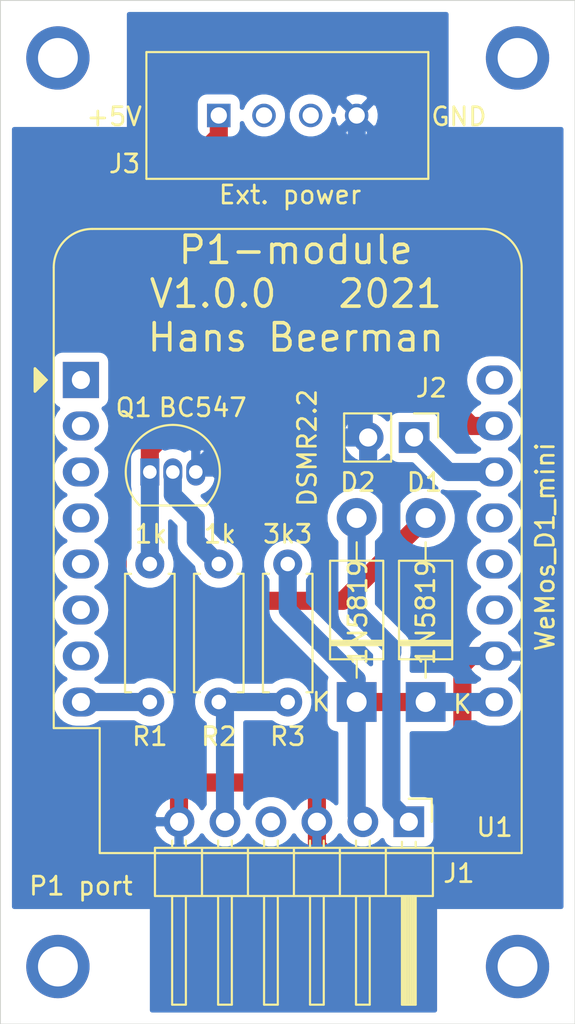
<source format=kicad_pcb>
(kicad_pcb (version 20171130) (host pcbnew 5.1.9-73d0e3b20d~88~ubuntu20.04.1)

  (general
    (thickness 1.6)
    (drawings 7)
    (tracks 62)
    (zones 0)
    (modules 14)
    (nets 24)
  )

  (page A4)
  (title_block
    (title "P1-Module smart meter")
    (date 2021-02-01)
    (rev V1.0.0.0)
    (company "SDS Project")
    (comment 1 "P1-port smart meter")
  )

  (layers
    (0 F.Cu signal)
    (31 B.Cu signal)
    (32 B.Adhes user)
    (33 F.Adhes user)
    (34 B.Paste user)
    (35 F.Paste user)
    (36 B.SilkS user)
    (37 F.SilkS user)
    (38 B.Mask user)
    (39 F.Mask user)
    (40 Dwgs.User user)
    (41 Cmts.User user)
    (42 Eco1.User user)
    (43 Eco2.User user)
    (44 Edge.Cuts user)
    (45 Margin user)
    (46 B.CrtYd user)
    (47 F.CrtYd user)
    (48 B.Fab user)
    (49 F.Fab user)
  )

  (setup
    (last_trace_width 1)
    (user_trace_width 0.5)
    (user_trace_width 0.75)
    (user_trace_width 1)
    (user_trace_width 1.5)
    (user_trace_width 2)
    (trace_clearance 0.2)
    (zone_clearance 0.508)
    (zone_45_only no)
    (trace_min 0.2)
    (via_size 0.8)
    (via_drill 0.4)
    (via_min_size 0.4)
    (via_min_drill 0.3)
    (uvia_size 0.3)
    (uvia_drill 0.1)
    (uvias_allowed no)
    (uvia_min_size 0.2)
    (uvia_min_drill 0.1)
    (edge_width 0.05)
    (segment_width 0.2)
    (pcb_text_width 0.3)
    (pcb_text_size 1.5 1.5)
    (mod_edge_width 0.12)
    (mod_text_size 1 1)
    (mod_text_width 0.15)
    (pad_size 1.524 1.524)
    (pad_drill 0.762)
    (pad_to_mask_clearance 0)
    (aux_axis_origin 0 0)
    (grid_origin 75.7305 69.2075)
    (visible_elements FFFFFF7F)
    (pcbplotparams
      (layerselection 0x010fc_ffffffff)
      (usegerberextensions false)
      (usegerberattributes true)
      (usegerberadvancedattributes true)
      (creategerberjobfile true)
      (excludeedgelayer true)
      (linewidth 0.100000)
      (plotframeref false)
      (viasonmask false)
      (mode 1)
      (useauxorigin false)
      (hpglpennumber 1)
      (hpglpenspeed 20)
      (hpglpendiameter 15.000000)
      (psnegative false)
      (psa4output false)
      (plotreference true)
      (plotvalue true)
      (plotinvisibletext false)
      (padsonsilk false)
      (subtractmaskfromsilk false)
      (outputformat 1)
      (mirror false)
      (drillshape 0)
      (scaleselection 1)
      (outputdirectory ""))
  )

  (net 0 "")
  (net 1 GND)
  (net 2 "Net-(J1-Pad4)")
  (net 3 +5V)
  (net 4 "Net-(Q1-Pad1)")
  (net 5 "Net-(Q1-Pad2)")
  (net 6 "Net-(R1-Pad1)")
  (net 7 "Net-(U1-Pad16)")
  (net 8 "Net-(U1-Pad13)")
  (net 9 "Net-(U1-Pad11)")
  (net 10 "Net-(U1-Pad7)")
  (net 11 "Net-(U1-Pad6)")
  (net 12 "Net-(U1-Pad5)")
  (net 13 "Net-(U1-Pad4)")
  (net 14 "Net-(U1-Pad3)")
  (net 15 "Net-(U1-Pad1)")
  (net 16 "Net-(U1-Pad2)")
  (net 17 "Net-(J1-Pad5)")
  (net 18 "Net-(J2-Pad1)")
  (net 19 "Net-(U1-Pad12)")
  (net 20 "Net-(D1-Pad2)")
  (net 21 "Net-(D2-Pad2)")
  (net 22 "Net-(J3-Pad3)")
  (net 23 "Net-(J3-Pad2)")

  (net_class Default "This is the default net class."
    (clearance 0.2)
    (trace_width 0.25)
    (via_dia 0.8)
    (via_drill 0.4)
    (uvia_dia 0.3)
    (uvia_drill 0.1)
    (add_net +5V)
    (add_net GND)
    (add_net "Net-(D1-Pad2)")
    (add_net "Net-(D2-Pad2)")
    (add_net "Net-(J1-Pad4)")
    (add_net "Net-(J1-Pad5)")
    (add_net "Net-(J2-Pad1)")
    (add_net "Net-(J3-Pad2)")
    (add_net "Net-(J3-Pad3)")
    (add_net "Net-(Q1-Pad1)")
    (add_net "Net-(Q1-Pad2)")
    (add_net "Net-(R1-Pad1)")
    (add_net "Net-(U1-Pad1)")
    (add_net "Net-(U1-Pad11)")
    (add_net "Net-(U1-Pad12)")
    (add_net "Net-(U1-Pad13)")
    (add_net "Net-(U1-Pad16)")
    (add_net "Net-(U1-Pad2)")
    (add_net "Net-(U1-Pad3)")
    (add_net "Net-(U1-Pad4)")
    (add_net "Net-(U1-Pad5)")
    (add_net "Net-(U1-Pad6)")
    (add_net "Net-(U1-Pad7)")
  )

  (module MountingHole:MountingHole_2.2mm_M2_ISO7380_Pad (layer F.Cu) (tedit 56D1B4CB) (tstamp 6017B54B)
    (at 74.4605 101.5925)
    (descr "Mounting Hole 2.2mm, M2, ISO7380")
    (tags "mounting hole 2.2mm m2 iso7380")
    (attr virtual)
    (fp_text reference REF** (at 0 -2.75) (layer F.SilkS) hide
      (effects (font (size 1 1) (thickness 0.15)))
    )
    (fp_text value MountingHole_2.2mm_M2_ISO7380_Pad (at 0 2.75) (layer F.Fab) hide
      (effects (font (size 1 1) (thickness 0.15)))
    )
    (fp_circle (center 0 0) (end 2 0) (layer F.CrtYd) (width 0.05))
    (fp_circle (center 0 0) (end 1.75 0) (layer Cmts.User) (width 0.15))
    (fp_text user %R (at 0.3 0) (layer F.Fab) hide
      (effects (font (size 1 1) (thickness 0.15)))
    )
    (pad 1 thru_hole circle (at 0 0) (size 3.5 3.5) (drill 2.2) (layers *.Cu *.Mask))
  )

  (module MountingHole:MountingHole_2.2mm_M2_ISO7380_Pad (layer F.Cu) (tedit 56D1B4CB) (tstamp 6017B54B)
    (at 99.8605 101.5925)
    (descr "Mounting Hole 2.2mm, M2, ISO7380")
    (tags "mounting hole 2.2mm m2 iso7380")
    (attr virtual)
    (fp_text reference REF** (at 0 -2.75) (layer F.SilkS) hide
      (effects (font (size 1 1) (thickness 0.15)))
    )
    (fp_text value MountingHole_2.2mm_M2_ISO7380_Pad (at 0 2.75) (layer F.Fab) hide
      (effects (font (size 1 1) (thickness 0.15)))
    )
    (fp_circle (center 0 0) (end 2 0) (layer F.CrtYd) (width 0.05))
    (fp_circle (center 0 0) (end 1.75 0) (layer Cmts.User) (width 0.15))
    (fp_text user %R (at 0.3 0) (layer F.Fab) hide
      (effects (font (size 1 1) (thickness 0.15)))
    )
    (pad 1 thru_hole circle (at 0 0) (size 3.5 3.5) (drill 2.2) (layers *.Cu *.Mask))
  )

  (module MountingHole:MountingHole_2.2mm_M2_ISO7380_Pad (layer F.Cu) (tedit 56D1B4CB) (tstamp 6017B4BD)
    (at 99.8605 51.4275)
    (descr "Mounting Hole 2.2mm, M2, ISO7380")
    (tags "mounting hole 2.2mm m2 iso7380")
    (attr virtual)
    (fp_text reference REF** (at 0 -2.75) (layer F.SilkS) hide
      (effects (font (size 1 1) (thickness 0.15)))
    )
    (fp_text value MountingHole_2.2mm_M2_ISO7380_Pad (at 0 2.75) (layer F.Fab) hide
      (effects (font (size 1 1) (thickness 0.15)))
    )
    (fp_circle (center 0 0) (end 2 0) (layer F.CrtYd) (width 0.05))
    (fp_circle (center 0 0) (end 1.75 0) (layer Cmts.User) (width 0.15))
    (fp_text user %R (at 0.3 0) (layer F.Fab) hide
      (effects (font (size 1 1) (thickness 0.15)))
    )
    (pad 1 thru_hole circle (at 0 0) (size 3.5 3.5) (drill 2.2) (layers *.Cu *.Mask))
  )

  (module MountingHole:MountingHole_2.2mm_M2_ISO7380_Pad (layer F.Cu) (tedit 56D1B4CB) (tstamp 6017B4A0)
    (at 74.4605 51.4275)
    (descr "Mounting Hole 2.2mm, M2, ISO7380")
    (tags "mounting hole 2.2mm m2 iso7380")
    (attr virtual)
    (fp_text reference REF** (at 0 -2.75) (layer F.SilkS) hide
      (effects (font (size 1 1) (thickness 0.15)))
    )
    (fp_text value MountingHole_2.2mm_M2_ISO7380_Pad (at 0 2.75) (layer F.Fab) hide
      (effects (font (size 1 1) (thickness 0.15)))
    )
    (fp_circle (center 0 0) (end 2 0) (layer F.CrtYd) (width 0.05))
    (fp_circle (center 0 0) (end 1.75 0) (layer Cmts.User) (width 0.15))
    (fp_text user %R (at 0.3 0) (layer F.Fab) hide
      (effects (font (size 1 1) (thickness 0.15)))
    )
    (pad 1 thru_hole circle (at 0 0) (size 3.5 3.5) (drill 2.2) (layers *.Cu *.Mask))
  )

  (module Footprints-2:USB_A_Vertical (layer F.Cu) (tedit 6016A065) (tstamp 6016A0B6)
    (at 83.3505 54.6025)
    (descr https://www.molex.com/pdm_docs/sd/1050570001_sd.pdf)
    (tags "USB A Vertical")
    (path /60169139)
    (fp_text reference J3 (at -5.207 2.667) (layer F.SilkS)
      (effects (font (size 1 1) (thickness 0.15)))
    )
    (fp_text value "Ext. power" (at 3.937 4.3815) (layer F.SilkS)
      (effects (font (size 1 1) (thickness 0.15)))
    )
    (fp_line (start 11.58 -3.5) (end -4 -3.5) (layer F.SilkS) (width 0.12))
    (fp_line (start 11.43 -3.35) (end -3.85 -3.35) (layer F.Fab) (width 0.1))
    (fp_line (start 11.43 -3.35) (end 11.43 3.35) (layer F.Fab) (width 0.1))
    (fp_line (start -3.85 3.35) (end -3.85 -3.35) (layer F.Fab) (width 0.1))
    (fp_line (start 12.88 -4.8) (end 12.88 4.8) (layer F.CrtYd) (width 0.05))
    (fp_line (start 12.88 4.8) (end -5.3 4.8) (layer F.CrtYd) (width 0.05))
    (fp_line (start -5.3 4.8) (end -5.3 -4.8) (layer F.CrtYd) (width 0.05))
    (fp_line (start -5.3 -4.8) (end 12.88 -4.8) (layer F.CrtYd) (width 0.05))
    (fp_line (start 11.43 3.35) (end -3.85 3.35) (layer F.Fab) (width 0.1))
    (fp_line (start -4 -3.5) (end -4 3.5) (layer F.SilkS) (width 0.12))
    (fp_line (start 11.58 -3.5) (end 11.58 3.5) (layer F.SilkS) (width 0.12))
    (fp_line (start 11.58 3.5) (end -4 3.5) (layer F.SilkS) (width 0.12))
    (fp_text user %R (at 3.556 -1.905) (layer F.Fab)
      (effects (font (size 1 1) (thickness 0.15)))
    )
    (pad 1 thru_hole rect (at 0 0) (size 1.3 1.3) (drill 0.9) (layers *.Cu *.Mask)
      (net 20 "Net-(D1-Pad2)"))
    (pad 2 thru_hole circle (at 2.5 0) (size 1.3 1.3) (drill 0.9) (layers *.Cu *.Mask)
      (net 23 "Net-(J3-Pad2)"))
    (pad 3 thru_hole circle (at 5.08 0) (size 1.3 1.3) (drill 0.9) (layers *.Cu *.Mask)
      (net 22 "Net-(J3-Pad3)"))
    (pad 4 thru_hole circle (at 7.62 0) (size 1.3 1.3) (drill 0.9) (layers *.Cu *.Mask)
      (net 1 GND))
    (model ${KISYS3DMOD}/Connector_USB.3dshapes/USB_A_Molex_105057_Vertical.wrl
      (at (xyz 0 0 0))
      (scale (xyz 1 1 1))
      (rotate (xyz 0 0 0))
    )
  )

  (module Resistor_THT:R_Axial_DIN0207_L6.3mm_D2.5mm_P7.62mm_Horizontal (layer F.Cu) (tedit 5AE5139B) (tstamp 5FD1F193)
    (at 79.5405 86.9875 90)
    (descr "Resistor, Axial_DIN0207 series, Axial, Horizontal, pin pitch=7.62mm, 0.25W = 1/4W, length*diameter=6.3*2.5mm^2, http://cdn-reichelt.de/documents/datenblatt/B400/1_4W%23YAG.pdf")
    (tags "Resistor Axial_DIN0207 series Axial Horizontal pin pitch 7.62mm 0.25W = 1/4W length 6.3mm diameter 2.5mm")
    (path /5E30B710)
    (fp_text reference R1 (at -1.905 0 180) (layer F.SilkS)
      (effects (font (size 1 1) (thickness 0.15)))
    )
    (fp_text value 1k (at 9.271 0.0635 180) (layer F.SilkS)
      (effects (font (size 1 1) (thickness 0.15)))
    )
    (fp_line (start 8.67 -1.5) (end -1.05 -1.5) (layer F.CrtYd) (width 0.05))
    (fp_line (start 8.67 1.5) (end 8.67 -1.5) (layer F.CrtYd) (width 0.05))
    (fp_line (start -1.05 1.5) (end 8.67 1.5) (layer F.CrtYd) (width 0.05))
    (fp_line (start -1.05 -1.5) (end -1.05 1.5) (layer F.CrtYd) (width 0.05))
    (fp_line (start 7.08 1.37) (end 7.08 1.04) (layer F.SilkS) (width 0.12))
    (fp_line (start 0.54 1.37) (end 7.08 1.37) (layer F.SilkS) (width 0.12))
    (fp_line (start 0.54 1.04) (end 0.54 1.37) (layer F.SilkS) (width 0.12))
    (fp_line (start 7.08 -1.37) (end 7.08 -1.04) (layer F.SilkS) (width 0.12))
    (fp_line (start 0.54 -1.37) (end 7.08 -1.37) (layer F.SilkS) (width 0.12))
    (fp_line (start 0.54 -1.04) (end 0.54 -1.37) (layer F.SilkS) (width 0.12))
    (fp_line (start 7.62 0) (end 6.96 0) (layer F.Fab) (width 0.1))
    (fp_line (start 0 0) (end 0.66 0) (layer F.Fab) (width 0.1))
    (fp_line (start 6.96 -1.25) (end 0.66 -1.25) (layer F.Fab) (width 0.1))
    (fp_line (start 6.96 1.25) (end 6.96 -1.25) (layer F.Fab) (width 0.1))
    (fp_line (start 0.66 1.25) (end 6.96 1.25) (layer F.Fab) (width 0.1))
    (fp_line (start 0.66 -1.25) (end 0.66 1.25) (layer F.Fab) (width 0.1))
    (fp_text user %R (at 3.81 0 90) (layer F.Fab)
      (effects (font (size 1 1) (thickness 0.15)))
    )
    (pad 2 thru_hole oval (at 7.62 0 90) (size 1.6 1.6) (drill 0.8) (layers *.Cu *.Mask)
      (net 4 "Net-(Q1-Pad1)"))
    (pad 1 thru_hole circle (at 0 0 90) (size 1.6 1.6) (drill 0.8) (layers *.Cu *.Mask)
      (net 6 "Net-(R1-Pad1)"))
    (model ${KISYS3DMOD}/Resistor_THT.3dshapes/R_Axial_DIN0207_L6.3mm_D2.5mm_P7.62mm_Horizontal.wrl
      (at (xyz 0 0 0))
      (scale (xyz 1 1 1))
      (rotate (xyz 0 0 0))
    )
  )

  (module Diode_THT:D_DO-41_SOD81_P10.16mm_Horizontal (layer F.Cu) (tedit 5AE50CD5) (tstamp 6016929F)
    (at 90.9705 86.9875 90)
    (descr "Diode, DO-41_SOD81 series, Axial, Horizontal, pin pitch=10.16mm, , length*diameter=5.2*2.7mm^2, , http://www.diodes.com/_files/packages/DO-41%20(Plastic).pdf")
    (tags "Diode DO-41_SOD81 series Axial Horizontal pin pitch 10.16mm  length 5.2mm diameter 2.7mm")
    (path /601788D8)
    (fp_text reference D2 (at 12.1285 0.0635 180) (layer F.SilkS)
      (effects (font (size 1 1) (thickness 0.15)))
    )
    (fp_text value 1N5819 (at 4.953 0.0635 90) (layer F.SilkS)
      (effects (font (size 1 1) (thickness 0.15)))
    )
    (fp_line (start 11.51 -1.6) (end -1.35 -1.6) (layer F.CrtYd) (width 0.05))
    (fp_line (start 11.51 1.6) (end 11.51 -1.6) (layer F.CrtYd) (width 0.05))
    (fp_line (start -1.35 1.6) (end 11.51 1.6) (layer F.CrtYd) (width 0.05))
    (fp_line (start -1.35 -1.6) (end -1.35 1.6) (layer F.CrtYd) (width 0.05))
    (fp_line (start 3.14 -1.47) (end 3.14 1.47) (layer F.SilkS) (width 0.12))
    (fp_line (start 3.38 -1.47) (end 3.38 1.47) (layer F.SilkS) (width 0.12))
    (fp_line (start 3.26 -1.47) (end 3.26 1.47) (layer F.SilkS) (width 0.12))
    (fp_line (start 8.82 0) (end 7.8 0) (layer F.SilkS) (width 0.12))
    (fp_line (start 1.34 0) (end 2.36 0) (layer F.SilkS) (width 0.12))
    (fp_line (start 7.8 -1.47) (end 2.36 -1.47) (layer F.SilkS) (width 0.12))
    (fp_line (start 7.8 1.47) (end 7.8 -1.47) (layer F.SilkS) (width 0.12))
    (fp_line (start 2.36 1.47) (end 7.8 1.47) (layer F.SilkS) (width 0.12))
    (fp_line (start 2.36 -1.47) (end 2.36 1.47) (layer F.SilkS) (width 0.12))
    (fp_line (start 3.16 -1.35) (end 3.16 1.35) (layer F.Fab) (width 0.1))
    (fp_line (start 3.36 -1.35) (end 3.36 1.35) (layer F.Fab) (width 0.1))
    (fp_line (start 3.26 -1.35) (end 3.26 1.35) (layer F.Fab) (width 0.1))
    (fp_line (start 10.16 0) (end 7.68 0) (layer F.Fab) (width 0.1))
    (fp_line (start 0 0) (end 2.48 0) (layer F.Fab) (width 0.1))
    (fp_line (start 7.68 -1.35) (end 2.48 -1.35) (layer F.Fab) (width 0.1))
    (fp_line (start 7.68 1.35) (end 7.68 -1.35) (layer F.Fab) (width 0.1))
    (fp_line (start 2.48 1.35) (end 7.68 1.35) (layer F.Fab) (width 0.1))
    (fp_line (start 2.48 -1.35) (end 2.48 1.35) (layer F.Fab) (width 0.1))
    (fp_text user K (at 0 -1.9685 180) (layer F.SilkS)
      (effects (font (size 1 1) (thickness 0.15)))
    )
    (fp_text user K (at 0 -2.1 90) (layer F.Fab)
      (effects (font (size 1 1) (thickness 0.15)))
    )
    (fp_text user %R (at 5.47 0 90) (layer F.Fab)
      (effects (font (size 1 1) (thickness 0.15)))
    )
    (pad 2 thru_hole oval (at 10.16 0 90) (size 2.2 2.2) (drill 1.1) (layers *.Cu *.Mask)
      (net 21 "Net-(D2-Pad2)"))
    (pad 1 thru_hole rect (at 0 0 90) (size 2.2 2.2) (drill 1.1) (layers *.Cu *.Mask)
      (net 3 +5V))
    (model ${KISYS3DMOD}/Diode_THT.3dshapes/D_DO-41_SOD81_P10.16mm_Horizontal.wrl
      (at (xyz 0 0 0))
      (scale (xyz 1 1 1))
      (rotate (xyz 0 0 0))
    )
  )

  (module Diode_THT:D_DO-41_SOD81_P10.16mm_Horizontal (layer F.Cu) (tedit 5AE50CD5) (tstamp 60169280)
    (at 94.7805 86.9875 90)
    (descr "Diode, DO-41_SOD81 series, Axial, Horizontal, pin pitch=10.16mm, , length*diameter=5.2*2.7mm^2, , http://www.diodes.com/_files/packages/DO-41%20(Plastic).pdf")
    (tags "Diode DO-41_SOD81 series Axial Horizontal pin pitch 10.16mm  length 5.2mm diameter 2.7mm")
    (path /6017409F)
    (fp_text reference D1 (at 12.1285 -0.0635 180) (layer F.SilkS)
      (effects (font (size 1 1) (thickness 0.15)))
    )
    (fp_text value 1N5819 (at 4.953 0 90) (layer F.SilkS)
      (effects (font (size 1 1) (thickness 0.15)))
    )
    (fp_line (start 11.51 -1.6) (end -1.35 -1.6) (layer F.CrtYd) (width 0.05))
    (fp_line (start 11.51 1.6) (end 11.51 -1.6) (layer F.CrtYd) (width 0.05))
    (fp_line (start -1.35 1.6) (end 11.51 1.6) (layer F.CrtYd) (width 0.05))
    (fp_line (start -1.35 -1.6) (end -1.35 1.6) (layer F.CrtYd) (width 0.05))
    (fp_line (start 3.14 -1.47) (end 3.14 1.47) (layer F.SilkS) (width 0.12))
    (fp_line (start 3.38 -1.47) (end 3.38 1.47) (layer F.SilkS) (width 0.12))
    (fp_line (start 3.26 -1.47) (end 3.26 1.47) (layer F.SilkS) (width 0.12))
    (fp_line (start 8.82 0) (end 7.8 0) (layer F.SilkS) (width 0.12))
    (fp_line (start 1.34 0) (end 2.36 0) (layer F.SilkS) (width 0.12))
    (fp_line (start 7.8 -1.47) (end 2.36 -1.47) (layer F.SilkS) (width 0.12))
    (fp_line (start 7.8 1.47) (end 7.8 -1.47) (layer F.SilkS) (width 0.12))
    (fp_line (start 2.36 1.47) (end 7.8 1.47) (layer F.SilkS) (width 0.12))
    (fp_line (start 2.36 -1.47) (end 2.36 1.47) (layer F.SilkS) (width 0.12))
    (fp_line (start 3.16 -1.35) (end 3.16 1.35) (layer F.Fab) (width 0.1))
    (fp_line (start 3.36 -1.35) (end 3.36 1.35) (layer F.Fab) (width 0.1))
    (fp_line (start 3.26 -1.35) (end 3.26 1.35) (layer F.Fab) (width 0.1))
    (fp_line (start 10.16 0) (end 7.68 0) (layer F.Fab) (width 0.1))
    (fp_line (start 0 0) (end 2.48 0) (layer F.Fab) (width 0.1))
    (fp_line (start 7.68 -1.35) (end 2.48 -1.35) (layer F.Fab) (width 0.1))
    (fp_line (start 7.68 1.35) (end 7.68 -1.35) (layer F.Fab) (width 0.1))
    (fp_line (start 2.48 1.35) (end 7.68 1.35) (layer F.Fab) (width 0.1))
    (fp_line (start 2.48 -1.35) (end 2.48 1.35) (layer F.Fab) (width 0.1))
    (fp_text user K (at -0.127 2.032 180) (layer F.SilkS)
      (effects (font (size 1 1) (thickness 0.15)))
    )
    (fp_text user K (at 0 -2.1 90) (layer F.Fab)
      (effects (font (size 1 1) (thickness 0.15)))
    )
    (fp_text user %R (at 5.47 0 90) (layer F.Fab)
      (effects (font (size 1 1) (thickness 0.15)))
    )
    (pad 2 thru_hole oval (at 10.16 0 90) (size 2.2 2.2) (drill 1.1) (layers *.Cu *.Mask)
      (net 20 "Net-(D1-Pad2)"))
    (pad 1 thru_hole rect (at 0 0 90) (size 2.2 2.2) (drill 1.1) (layers *.Cu *.Mask)
      (net 3 +5V))
    (model ${KISYS3DMOD}/Diode_THT.3dshapes/D_DO-41_SOD81_P10.16mm_Horizontal.wrl
      (at (xyz 0 0 0))
      (scale (xyz 1 1 1))
      (rotate (xyz 0 0 0))
    )
  )

  (module Connector_PinHeader_2.54mm:PinHeader_1x02_P2.54mm_Vertical (layer F.Cu) (tedit 59FED5CC) (tstamp 5FF1C177)
    (at 94.1455 72.3825 270)
    (descr "Through hole straight pin header, 1x02, 2.54mm pitch, single row")
    (tags "Through hole pin header THT 1x02 2.54mm single row")
    (path /5FF4A109)
    (fp_text reference J2 (at -2.7305 -0.9525 180) (layer F.SilkS)
      (effects (font (size 1 1) (thickness 0.15)))
    )
    (fp_text value DSMR2.2 (at 0.5715 5.9055 270) (layer F.SilkS)
      (effects (font (size 1 1) (thickness 0.15)))
    )
    (fp_line (start 1.8 -1.8) (end -1.8 -1.8) (layer F.CrtYd) (width 0.05))
    (fp_line (start 1.8 4.35) (end 1.8 -1.8) (layer F.CrtYd) (width 0.05))
    (fp_line (start -1.8 4.35) (end 1.8 4.35) (layer F.CrtYd) (width 0.05))
    (fp_line (start -1.8 -1.8) (end -1.8 4.35) (layer F.CrtYd) (width 0.05))
    (fp_line (start -1.33 -1.33) (end 0 -1.33) (layer F.SilkS) (width 0.12))
    (fp_line (start -1.33 0) (end -1.33 -1.33) (layer F.SilkS) (width 0.12))
    (fp_line (start -1.33 1.27) (end 1.33 1.27) (layer F.SilkS) (width 0.12))
    (fp_line (start 1.33 1.27) (end 1.33 3.87) (layer F.SilkS) (width 0.12))
    (fp_line (start -1.33 1.27) (end -1.33 3.87) (layer F.SilkS) (width 0.12))
    (fp_line (start -1.33 3.87) (end 1.33 3.87) (layer F.SilkS) (width 0.12))
    (fp_line (start -1.27 -0.635) (end -0.635 -1.27) (layer F.Fab) (width 0.1))
    (fp_line (start -1.27 3.81) (end -1.27 -0.635) (layer F.Fab) (width 0.1))
    (fp_line (start 1.27 3.81) (end -1.27 3.81) (layer F.Fab) (width 0.1))
    (fp_line (start 1.27 -1.27) (end 1.27 3.81) (layer F.Fab) (width 0.1))
    (fp_line (start -0.635 -1.27) (end 1.27 -1.27) (layer F.Fab) (width 0.1))
    (fp_text user %R (at 0 1.27) (layer F.Fab)
      (effects (font (size 1 1) (thickness 0.15)))
    )
    (pad 2 thru_hole oval (at 0 2.54 270) (size 1.7 1.7) (drill 1) (layers *.Cu *.Mask)
      (net 1 GND))
    (pad 1 thru_hole rect (at 0 0 270) (size 1.7 1.7) (drill 1) (layers *.Cu *.Mask)
      (net 18 "Net-(J2-Pad1)"))
    (model ${KISYS3DMOD}/Connector_PinHeader_2.54mm.3dshapes/PinHeader_1x02_P2.54mm_Vertical.wrl
      (at (xyz 0 0 0))
      (scale (xyz 1 1 1))
      (rotate (xyz 0 0 0))
    )
  )

  (module Module:WEMOS_D1_mini_light (layer F.Cu) (tedit 5BBFB1CE) (tstamp 5FD1F204)
    (at 75.7305 69.2075)
    (descr "16-pin module, column spacing 22.86 mm (900 mils), https://wiki.wemos.cc/products:d1:d1_mini, https://c1.staticflickr.com/1/734/31400410271_f278b087db_z.jpg")
    (tags "ESP8266 WiFi microcontroller")
    (path /5E2F27DE)
    (fp_text reference U1 (at 22.86 24.7015) (layer F.SilkS)
      (effects (font (size 1 1) (thickness 0.15)))
    )
    (fp_text value WeMos_D1_mini (at 25.654 9.2075 90) (layer F.SilkS)
      (effects (font (size 1 1) (thickness 0.15)))
    )
    (fp_line (start 1.04 19.22) (end 1.04 26.12) (layer F.SilkS) (width 0.12))
    (fp_line (start -1.5 19.22) (end 1.04 19.22) (layer F.SilkS) (width 0.12))
    (fp_line (start -0.37 0) (end -1.37 -1) (layer F.Fab) (width 0.1))
    (fp_line (start -1.37 1) (end -0.37 0) (layer F.Fab) (width 0.1))
    (fp_line (start -1.37 -6.21) (end -1.37 -1) (layer F.Fab) (width 0.1))
    (fp_line (start 1.17 19.09) (end 1.17 25.99) (layer F.Fab) (width 0.1))
    (fp_line (start -1.37 19.09) (end 1.17 19.09) (layer F.Fab) (width 0.1))
    (fp_line (start -1.35 -7.4) (end -0.55 -8.2) (layer Dwgs.User) (width 0.1))
    (fp_line (start -1.3 -5.45) (end 1.45 -8.2) (layer Dwgs.User) (width 0.1))
    (fp_line (start -1.35 -3.4) (end 3.45 -8.2) (layer Dwgs.User) (width 0.1))
    (fp_line (start 22.65 -1.4) (end 24.25 -3) (layer Dwgs.User) (width 0.1))
    (fp_line (start 20.65 -1.4) (end 24.25 -5) (layer Dwgs.User) (width 0.1))
    (fp_line (start 18.65 -1.4) (end 24.25 -7) (layer Dwgs.User) (width 0.1))
    (fp_line (start 16.65 -1.4) (end 23.45 -8.2) (layer Dwgs.User) (width 0.1))
    (fp_line (start 14.65 -1.4) (end 21.45 -8.2) (layer Dwgs.User) (width 0.1))
    (fp_line (start 12.65 -1.4) (end 19.45 -8.2) (layer Dwgs.User) (width 0.1))
    (fp_line (start 10.65 -1.4) (end 17.45 -8.2) (layer Dwgs.User) (width 0.1))
    (fp_line (start 8.65 -1.4) (end 15.45 -8.2) (layer Dwgs.User) (width 0.1))
    (fp_line (start 6.65 -1.4) (end 13.45 -8.2) (layer Dwgs.User) (width 0.1))
    (fp_line (start 4.65 -1.4) (end 11.45 -8.2) (layer Dwgs.User) (width 0.1))
    (fp_line (start 2.65 -1.4) (end 9.45 -8.2) (layer Dwgs.User) (width 0.1))
    (fp_line (start 0.65 -1.4) (end 7.45 -8.2) (layer Dwgs.User) (width 0.1))
    (fp_line (start -1.35 -1.4) (end 5.45 -8.2) (layer Dwgs.User) (width 0.1))
    (fp_line (start -1.35 -8.2) (end -1.35 -1.4) (layer Dwgs.User) (width 0.1))
    (fp_line (start 24.25 -8.2) (end -1.35 -8.2) (layer Dwgs.User) (width 0.1))
    (fp_line (start 24.25 -1.4) (end 24.25 -8.2) (layer Dwgs.User) (width 0.1))
    (fp_line (start -1.35 -1.4) (end 24.25 -1.4) (layer Dwgs.User) (width 0.1))
    (fp_poly (pts (xy -2.54 -0.635) (xy -2.54 0.635) (xy -1.905 0)) (layer F.SilkS) (width 0.15))
    (fp_line (start -1.62 26.24) (end -1.62 -8.46) (layer F.CrtYd) (width 0.05))
    (fp_line (start 24.48 26.24) (end -1.62 26.24) (layer F.CrtYd) (width 0.05))
    (fp_line (start 24.48 -8.41) (end 24.48 26.24) (layer F.CrtYd) (width 0.05))
    (fp_line (start -1.62 -8.46) (end 24.48 -8.46) (layer F.CrtYd) (width 0.05))
    (fp_line (start -1.37 1) (end -1.37 19.09) (layer F.Fab) (width 0.1))
    (fp_line (start 22.23 -8.21) (end 0.63 -8.21) (layer F.Fab) (width 0.1))
    (fp_line (start 24.23 25.99) (end 24.23 -6.21) (layer F.Fab) (width 0.1))
    (fp_line (start 1.17 25.99) (end 24.23 25.99) (layer F.Fab) (width 0.1))
    (fp_line (start 22.24 -8.34) (end 0.63 -8.34) (layer F.SilkS) (width 0.12))
    (fp_line (start 24.36 26.12) (end 24.36 -6.21) (layer F.SilkS) (width 0.12))
    (fp_line (start -1.5 19.22) (end -1.5 -6.21) (layer F.SilkS) (width 0.12))
    (fp_line (start 1.04 26.12) (end 24.36 26.12) (layer F.SilkS) (width 0.12))
    (fp_text user "No copper" (at 11.43 -3.81) (layer Cmts.User)
      (effects (font (size 1 1) (thickness 0.15)))
    )
    (fp_text user "KEEP OUT" (at 11.43 -6.35) (layer Cmts.User)
      (effects (font (size 1 1) (thickness 0.15)))
    )
    (fp_arc (start 22.23 -6.21) (end 24.36 -6.21) (angle -90) (layer F.SilkS) (width 0.12))
    (fp_arc (start 0.63 -6.21) (end 0.63 -8.34) (angle -90) (layer F.SilkS) (width 0.12))
    (fp_arc (start 22.23 -6.21) (end 24.23 -6.19) (angle -90) (layer F.Fab) (width 0.1))
    (fp_arc (start 0.63 -6.21) (end 0.63 -8.21) (angle -90) (layer F.Fab) (width 0.1))
    (fp_text user %R (at 11.43 10) (layer F.Fab)
      (effects (font (size 1 1) (thickness 0.15)))
    )
    (pad 16 thru_hole oval (at 22.86 0) (size 2 1.6) (drill 1) (layers *.Cu *.Mask)
      (net 7 "Net-(U1-Pad16)"))
    (pad 15 thru_hole oval (at 22.86 2.54) (size 2 1.6) (drill 1) (layers *.Cu *.Mask)
      (net 4 "Net-(Q1-Pad1)"))
    (pad 14 thru_hole oval (at 22.86 5.08) (size 2 1.6) (drill 1) (layers *.Cu *.Mask)
      (net 18 "Net-(J2-Pad1)"))
    (pad 13 thru_hole oval (at 22.86 7.62) (size 2 1.6) (drill 1) (layers *.Cu *.Mask)
      (net 8 "Net-(U1-Pad13)"))
    (pad 12 thru_hole oval (at 22.86 10.16) (size 2 1.6) (drill 1) (layers *.Cu *.Mask)
      (net 19 "Net-(U1-Pad12)"))
    (pad 11 thru_hole oval (at 22.86 12.7) (size 2 1.6) (drill 1) (layers *.Cu *.Mask)
      (net 9 "Net-(U1-Pad11)"))
    (pad 10 thru_hole oval (at 22.86 15.24) (size 2 1.6) (drill 1) (layers *.Cu *.Mask)
      (net 1 GND))
    (pad 9 thru_hole oval (at 22.86 17.78) (size 2 1.6) (drill 1) (layers *.Cu *.Mask)
      (net 3 +5V))
    (pad 8 thru_hole oval (at 0 17.78) (size 2 1.6) (drill 1) (layers *.Cu *.Mask)
      (net 6 "Net-(R1-Pad1)"))
    (pad 7 thru_hole oval (at 0 15.24) (size 2 1.6) (drill 1) (layers *.Cu *.Mask)
      (net 10 "Net-(U1-Pad7)"))
    (pad 6 thru_hole oval (at 0 12.7) (size 2 1.6) (drill 1) (layers *.Cu *.Mask)
      (net 11 "Net-(U1-Pad6)"))
    (pad 5 thru_hole oval (at 0 10.16) (size 2 1.6) (drill 1) (layers *.Cu *.Mask)
      (net 12 "Net-(U1-Pad5)"))
    (pad 4 thru_hole oval (at 0 7.62) (size 2 1.6) (drill 1) (layers *.Cu *.Mask)
      (net 13 "Net-(U1-Pad4)"))
    (pad 3 thru_hole oval (at 0 5.08) (size 2 1.6) (drill 1) (layers *.Cu *.Mask)
      (net 14 "Net-(U1-Pad3)"))
    (pad 1 thru_hole rect (at 0 0) (size 2 2) (drill 1) (layers *.Cu *.Mask)
      (net 15 "Net-(U1-Pad1)"))
    (pad 2 thru_hole oval (at 0 2.54) (size 2 1.6) (drill 1) (layers *.Cu *.Mask)
      (net 16 "Net-(U1-Pad2)"))
    (model ${KISYS3DMOD}/Module.3dshapes/WEMOS_D1_mini_light.wrl
      (at (xyz 0 0 0))
      (scale (xyz 1 1 1))
      (rotate (xyz 0 0 0))
    )
    (model ${KISYS3DMOD}/Connector_PinHeader_2.54mm.3dshapes/PinHeader_1x08_P2.54mm_Vertical.wrl
      (offset (xyz 0 0 9.5))
      (scale (xyz 1 1 1))
      (rotate (xyz 0 -180 0))
    )
    (model ${KISYS3DMOD}/Connector_PinHeader_2.54mm.3dshapes/PinHeader_1x08_P2.54mm_Vertical.wrl
      (offset (xyz 22.86 0 9.5))
      (scale (xyz 1 1 1))
      (rotate (xyz 0 -180 0))
    )
    (model ${KISYS3DMOD}/Connector_PinSocket_2.54mm.3dshapes/PinSocket_1x08_P2.54mm_Vertical.wrl
      (at (xyz 0 0 0))
      (scale (xyz 1 1 1))
      (rotate (xyz 0 0 0))
    )
    (model ${KISYS3DMOD}/Connector_PinSocket_2.54mm.3dshapes/PinSocket_1x08_P2.54mm_Vertical.wrl
      (offset (xyz 22.86 0 0))
      (scale (xyz 1 1 1))
      (rotate (xyz 0 0 0))
    )
  )

  (module Resistor_THT:R_Axial_DIN0207_L6.3mm_D2.5mm_P7.62mm_Horizontal (layer F.Cu) (tedit 5AE5139B) (tstamp 5FD1F1C1)
    (at 87.1605 79.3675 270)
    (descr "Resistor, Axial_DIN0207 series, Axial, Horizontal, pin pitch=7.62mm, 0.25W = 1/4W, length*diameter=6.3*2.5mm^2, http://cdn-reichelt.de/documents/datenblatt/B400/1_4W%23YAG.pdf")
    (tags "Resistor Axial_DIN0207 series Axial Horizontal pin pitch 7.62mm 0.25W = 1/4W length 6.3mm diameter 2.5mm")
    (path /5E30CA3E)
    (fp_text reference R3 (at 9.525 0 180) (layer F.SilkS)
      (effects (font (size 1 1) (thickness 0.15)))
    )
    (fp_text value 3k3 (at -1.651 0 180) (layer F.SilkS)
      (effects (font (size 1 1) (thickness 0.15)))
    )
    (fp_line (start 8.67 -1.5) (end -1.05 -1.5) (layer F.CrtYd) (width 0.05))
    (fp_line (start 8.67 1.5) (end 8.67 -1.5) (layer F.CrtYd) (width 0.05))
    (fp_line (start -1.05 1.5) (end 8.67 1.5) (layer F.CrtYd) (width 0.05))
    (fp_line (start -1.05 -1.5) (end -1.05 1.5) (layer F.CrtYd) (width 0.05))
    (fp_line (start 7.08 1.37) (end 7.08 1.04) (layer F.SilkS) (width 0.12))
    (fp_line (start 0.54 1.37) (end 7.08 1.37) (layer F.SilkS) (width 0.12))
    (fp_line (start 0.54 1.04) (end 0.54 1.37) (layer F.SilkS) (width 0.12))
    (fp_line (start 7.08 -1.37) (end 7.08 -1.04) (layer F.SilkS) (width 0.12))
    (fp_line (start 0.54 -1.37) (end 7.08 -1.37) (layer F.SilkS) (width 0.12))
    (fp_line (start 0.54 -1.04) (end 0.54 -1.37) (layer F.SilkS) (width 0.12))
    (fp_line (start 7.62 0) (end 6.96 0) (layer F.Fab) (width 0.1))
    (fp_line (start 0 0) (end 0.66 0) (layer F.Fab) (width 0.1))
    (fp_line (start 6.96 -1.25) (end 0.66 -1.25) (layer F.Fab) (width 0.1))
    (fp_line (start 6.96 1.25) (end 6.96 -1.25) (layer F.Fab) (width 0.1))
    (fp_line (start 0.66 1.25) (end 6.96 1.25) (layer F.Fab) (width 0.1))
    (fp_line (start 0.66 -1.25) (end 0.66 1.25) (layer F.Fab) (width 0.1))
    (fp_text user %R (at 3.81 0 90) (layer F.Fab)
      (effects (font (size 1 1) (thickness 0.15)))
    )
    (pad 2 thru_hole oval (at 7.62 0 270) (size 1.6 1.6) (drill 0.8) (layers *.Cu *.Mask)
      (net 17 "Net-(J1-Pad5)"))
    (pad 1 thru_hole circle (at 0 0 270) (size 1.6 1.6) (drill 0.8) (layers *.Cu *.Mask)
      (net 3 +5V))
    (model ${KISYS3DMOD}/Resistor_THT.3dshapes/R_Axial_DIN0207_L6.3mm_D2.5mm_P7.62mm_Horizontal.wrl
      (at (xyz 0 0 0))
      (scale (xyz 1 1 1))
      (rotate (xyz 0 0 0))
    )
  )

  (module Resistor_THT:R_Axial_DIN0207_L6.3mm_D2.5mm_P7.62mm_Horizontal (layer F.Cu) (tedit 5AE5139B) (tstamp 5FD1F1AA)
    (at 83.3505 86.9875 90)
    (descr "Resistor, Axial_DIN0207 series, Axial, Horizontal, pin pitch=7.62mm, 0.25W = 1/4W, length*diameter=6.3*2.5mm^2, http://cdn-reichelt.de/documents/datenblatt/B400/1_4W%23YAG.pdf")
    (tags "Resistor Axial_DIN0207 series Axial Horizontal pin pitch 7.62mm 0.25W = 1/4W length 6.3mm diameter 2.5mm")
    (path /5E30A55E)
    (fp_text reference R2 (at -1.905 0 180) (layer F.SilkS)
      (effects (font (size 1 1) (thickness 0.15)))
    )
    (fp_text value 1k (at 9.271 0.0635 180) (layer F.SilkS)
      (effects (font (size 1 1) (thickness 0.15)))
    )
    (fp_line (start 8.67 -1.5) (end -1.05 -1.5) (layer F.CrtYd) (width 0.05))
    (fp_line (start 8.67 1.5) (end 8.67 -1.5) (layer F.CrtYd) (width 0.05))
    (fp_line (start -1.05 1.5) (end 8.67 1.5) (layer F.CrtYd) (width 0.05))
    (fp_line (start -1.05 -1.5) (end -1.05 1.5) (layer F.CrtYd) (width 0.05))
    (fp_line (start 7.08 1.37) (end 7.08 1.04) (layer F.SilkS) (width 0.12))
    (fp_line (start 0.54 1.37) (end 7.08 1.37) (layer F.SilkS) (width 0.12))
    (fp_line (start 0.54 1.04) (end 0.54 1.37) (layer F.SilkS) (width 0.12))
    (fp_line (start 7.08 -1.37) (end 7.08 -1.04) (layer F.SilkS) (width 0.12))
    (fp_line (start 0.54 -1.37) (end 7.08 -1.37) (layer F.SilkS) (width 0.12))
    (fp_line (start 0.54 -1.04) (end 0.54 -1.37) (layer F.SilkS) (width 0.12))
    (fp_line (start 7.62 0) (end 6.96 0) (layer F.Fab) (width 0.1))
    (fp_line (start 0 0) (end 0.66 0) (layer F.Fab) (width 0.1))
    (fp_line (start 6.96 -1.25) (end 0.66 -1.25) (layer F.Fab) (width 0.1))
    (fp_line (start 6.96 1.25) (end 6.96 -1.25) (layer F.Fab) (width 0.1))
    (fp_line (start 0.66 1.25) (end 6.96 1.25) (layer F.Fab) (width 0.1))
    (fp_line (start 0.66 -1.25) (end 0.66 1.25) (layer F.Fab) (width 0.1))
    (fp_text user %R (at 3.81 0 90) (layer F.Fab)
      (effects (font (size 1 1) (thickness 0.15)))
    )
    (pad 2 thru_hole oval (at 7.62 0 90) (size 1.6 1.6) (drill 0.8) (layers *.Cu *.Mask)
      (net 5 "Net-(Q1-Pad2)"))
    (pad 1 thru_hole circle (at 0 0 90) (size 1.6 1.6) (drill 0.8) (layers *.Cu *.Mask)
      (net 17 "Net-(J1-Pad5)"))
    (model ${KISYS3DMOD}/Resistor_THT.3dshapes/R_Axial_DIN0207_L6.3mm_D2.5mm_P7.62mm_Horizontal.wrl
      (at (xyz 0 0 0))
      (scale (xyz 1 1 1))
      (rotate (xyz 0 0 0))
    )
  )

  (module Package_TO_SOT_THT:TO-92_Inline (layer F.Cu) (tedit 5A1DD157) (tstamp 5FD1F17C)
    (at 79.5405 74.2875)
    (descr "TO-92 leads in-line, narrow, oval pads, drill 0.75mm (see NXP sot054_po.pdf)")
    (tags "to-92 sc-43 sc-43a sot54 PA33 transistor")
    (path /5E3065B6)
    (fp_text reference Q1 (at -0.889 -3.556) (layer F.SilkS)
      (effects (font (size 1 1) (thickness 0.15)))
    )
    (fp_text value BC547 (at 2.921 -3.556) (layer F.SilkS)
      (effects (font (size 1 1) (thickness 0.15)))
    )
    (fp_line (start 4 2.01) (end -1.46 2.01) (layer F.CrtYd) (width 0.05))
    (fp_line (start 4 2.01) (end 4 -2.73) (layer F.CrtYd) (width 0.05))
    (fp_line (start -1.46 -2.73) (end -1.46 2.01) (layer F.CrtYd) (width 0.05))
    (fp_line (start -1.46 -2.73) (end 4 -2.73) (layer F.CrtYd) (width 0.05))
    (fp_line (start -0.5 1.75) (end 3 1.75) (layer F.Fab) (width 0.1))
    (fp_line (start -0.53 1.85) (end 3.07 1.85) (layer F.SilkS) (width 0.12))
    (fp_arc (start 1.27 0) (end 1.27 -2.6) (angle 135) (layer F.SilkS) (width 0.12))
    (fp_arc (start 1.27 0) (end 1.27 -2.48) (angle -135) (layer F.Fab) (width 0.1))
    (fp_arc (start 1.27 0) (end 1.27 -2.6) (angle -135) (layer F.SilkS) (width 0.12))
    (fp_arc (start 1.27 0) (end 1.27 -2.48) (angle 135) (layer F.Fab) (width 0.1))
    (fp_text user %R (at 1.27 0) (layer F.Fab)
      (effects (font (size 1 1) (thickness 0.15)))
    )
    (pad 1 thru_hole rect (at 0 0) (size 1.05 1.5) (drill 0.75) (layers *.Cu *.Mask)
      (net 4 "Net-(Q1-Pad1)"))
    (pad 3 thru_hole oval (at 2.54 0) (size 1.05 1.5) (drill 0.75) (layers *.Cu *.Mask)
      (net 1 GND))
    (pad 2 thru_hole oval (at 1.27 0) (size 1.05 1.5) (drill 0.75) (layers *.Cu *.Mask)
      (net 5 "Net-(Q1-Pad2)"))
    (model ${KISYS3DMOD}/Package_TO_SOT_THT.3dshapes/TO-92_Inline.wrl
      (at (xyz 0 0 0))
      (scale (xyz 1 1 1))
      (rotate (xyz 0 0 0))
    )
  )

  (module Connector_PinHeader_2.54mm:PinHeader_1x06_P2.54mm_Horizontal (layer F.Cu) (tedit 59FED5CB) (tstamp 5FD1F16A)
    (at 93.853 93.599 270)
    (descr "Through hole angled pin header, 1x06, 2.54mm pitch, 6mm pin length, single row")
    (tags "Through hole angled pin header THT 1x06 2.54mm single row")
    (path /5FC94F8E)
    (fp_text reference J1 (at 2.85 -2.769 180) (layer F.SilkS)
      (effects (font (size 1 1) (thickness 0.15)))
    )
    (fp_text value "P1 port" (at 3.5485 18.1225 180) (layer F.SilkS)
      (effects (font (size 1 1) (thickness 0.15)))
    )
    (fp_line (start 10.55 -1.8) (end -1.8 -1.8) (layer F.CrtYd) (width 0.05))
    (fp_line (start 10.55 14.5) (end 10.55 -1.8) (layer F.CrtYd) (width 0.05))
    (fp_line (start -1.8 14.5) (end 10.55 14.5) (layer F.CrtYd) (width 0.05))
    (fp_line (start -1.8 -1.8) (end -1.8 14.5) (layer F.CrtYd) (width 0.05))
    (fp_line (start -1.27 -1.27) (end 0 -1.27) (layer F.SilkS) (width 0.12))
    (fp_line (start -1.27 0) (end -1.27 -1.27) (layer F.SilkS) (width 0.12))
    (fp_line (start 1.042929 13.08) (end 1.44 13.08) (layer F.SilkS) (width 0.12))
    (fp_line (start 1.042929 12.32) (end 1.44 12.32) (layer F.SilkS) (width 0.12))
    (fp_line (start 10.1 13.08) (end 4.1 13.08) (layer F.SilkS) (width 0.12))
    (fp_line (start 10.1 12.32) (end 10.1 13.08) (layer F.SilkS) (width 0.12))
    (fp_line (start 4.1 12.32) (end 10.1 12.32) (layer F.SilkS) (width 0.12))
    (fp_line (start 1.44 11.43) (end 4.1 11.43) (layer F.SilkS) (width 0.12))
    (fp_line (start 1.042929 10.54) (end 1.44 10.54) (layer F.SilkS) (width 0.12))
    (fp_line (start 1.042929 9.78) (end 1.44 9.78) (layer F.SilkS) (width 0.12))
    (fp_line (start 10.1 10.54) (end 4.1 10.54) (layer F.SilkS) (width 0.12))
    (fp_line (start 10.1 9.78) (end 10.1 10.54) (layer F.SilkS) (width 0.12))
    (fp_line (start 4.1 9.78) (end 10.1 9.78) (layer F.SilkS) (width 0.12))
    (fp_line (start 1.44 8.89) (end 4.1 8.89) (layer F.SilkS) (width 0.12))
    (fp_line (start 1.042929 8) (end 1.44 8) (layer F.SilkS) (width 0.12))
    (fp_line (start 1.042929 7.24) (end 1.44 7.24) (layer F.SilkS) (width 0.12))
    (fp_line (start 10.1 8) (end 4.1 8) (layer F.SilkS) (width 0.12))
    (fp_line (start 10.1 7.24) (end 10.1 8) (layer F.SilkS) (width 0.12))
    (fp_line (start 4.1 7.24) (end 10.1 7.24) (layer F.SilkS) (width 0.12))
    (fp_line (start 1.44 6.35) (end 4.1 6.35) (layer F.SilkS) (width 0.12))
    (fp_line (start 1.042929 5.46) (end 1.44 5.46) (layer F.SilkS) (width 0.12))
    (fp_line (start 1.042929 4.7) (end 1.44 4.7) (layer F.SilkS) (width 0.12))
    (fp_line (start 10.1 5.46) (end 4.1 5.46) (layer F.SilkS) (width 0.12))
    (fp_line (start 10.1 4.7) (end 10.1 5.46) (layer F.SilkS) (width 0.12))
    (fp_line (start 4.1 4.7) (end 10.1 4.7) (layer F.SilkS) (width 0.12))
    (fp_line (start 1.44 3.81) (end 4.1 3.81) (layer F.SilkS) (width 0.12))
    (fp_line (start 1.042929 2.92) (end 1.44 2.92) (layer F.SilkS) (width 0.12))
    (fp_line (start 1.042929 2.16) (end 1.44 2.16) (layer F.SilkS) (width 0.12))
    (fp_line (start 10.1 2.92) (end 4.1 2.92) (layer F.SilkS) (width 0.12))
    (fp_line (start 10.1 2.16) (end 10.1 2.92) (layer F.SilkS) (width 0.12))
    (fp_line (start 4.1 2.16) (end 10.1 2.16) (layer F.SilkS) (width 0.12))
    (fp_line (start 1.44 1.27) (end 4.1 1.27) (layer F.SilkS) (width 0.12))
    (fp_line (start 1.11 0.38) (end 1.44 0.38) (layer F.SilkS) (width 0.12))
    (fp_line (start 1.11 -0.38) (end 1.44 -0.38) (layer F.SilkS) (width 0.12))
    (fp_line (start 4.1 0.28) (end 10.1 0.28) (layer F.SilkS) (width 0.12))
    (fp_line (start 4.1 0.16) (end 10.1 0.16) (layer F.SilkS) (width 0.12))
    (fp_line (start 4.1 0.04) (end 10.1 0.04) (layer F.SilkS) (width 0.12))
    (fp_line (start 4.1 -0.08) (end 10.1 -0.08) (layer F.SilkS) (width 0.12))
    (fp_line (start 4.1 -0.2) (end 10.1 -0.2) (layer F.SilkS) (width 0.12))
    (fp_line (start 4.1 -0.32) (end 10.1 -0.32) (layer F.SilkS) (width 0.12))
    (fp_line (start 10.1 0.38) (end 4.1 0.38) (layer F.SilkS) (width 0.12))
    (fp_line (start 10.1 -0.38) (end 10.1 0.38) (layer F.SilkS) (width 0.12))
    (fp_line (start 4.1 -0.38) (end 10.1 -0.38) (layer F.SilkS) (width 0.12))
    (fp_line (start 4.1 -1.33) (end 1.44 -1.33) (layer F.SilkS) (width 0.12))
    (fp_line (start 4.1 14.03) (end 4.1 -1.33) (layer F.SilkS) (width 0.12))
    (fp_line (start 1.44 14.03) (end 4.1 14.03) (layer F.SilkS) (width 0.12))
    (fp_line (start 1.44 -1.33) (end 1.44 14.03) (layer F.SilkS) (width 0.12))
    (fp_line (start 4.04 13.02) (end 10.04 13.02) (layer F.Fab) (width 0.1))
    (fp_line (start 10.04 12.38) (end 10.04 13.02) (layer F.Fab) (width 0.1))
    (fp_line (start 4.04 12.38) (end 10.04 12.38) (layer F.Fab) (width 0.1))
    (fp_line (start -0.32 13.02) (end 1.5 13.02) (layer F.Fab) (width 0.1))
    (fp_line (start -0.32 12.38) (end -0.32 13.02) (layer F.Fab) (width 0.1))
    (fp_line (start -0.32 12.38) (end 1.5 12.38) (layer F.Fab) (width 0.1))
    (fp_line (start 4.04 10.48) (end 10.04 10.48) (layer F.Fab) (width 0.1))
    (fp_line (start 10.04 9.84) (end 10.04 10.48) (layer F.Fab) (width 0.1))
    (fp_line (start 4.04 9.84) (end 10.04 9.84) (layer F.Fab) (width 0.1))
    (fp_line (start -0.32 10.48) (end 1.5 10.48) (layer F.Fab) (width 0.1))
    (fp_line (start -0.32 9.84) (end -0.32 10.48) (layer F.Fab) (width 0.1))
    (fp_line (start -0.32 9.84) (end 1.5 9.84) (layer F.Fab) (width 0.1))
    (fp_line (start 4.04 7.94) (end 10.04 7.94) (layer F.Fab) (width 0.1))
    (fp_line (start 10.04 7.3) (end 10.04 7.94) (layer F.Fab) (width 0.1))
    (fp_line (start 4.04 7.3) (end 10.04 7.3) (layer F.Fab) (width 0.1))
    (fp_line (start -0.32 7.94) (end 1.5 7.94) (layer F.Fab) (width 0.1))
    (fp_line (start -0.32 7.3) (end -0.32 7.94) (layer F.Fab) (width 0.1))
    (fp_line (start -0.32 7.3) (end 1.5 7.3) (layer F.Fab) (width 0.1))
    (fp_line (start 4.04 5.4) (end 10.04 5.4) (layer F.Fab) (width 0.1))
    (fp_line (start 10.04 4.76) (end 10.04 5.4) (layer F.Fab) (width 0.1))
    (fp_line (start 4.04 4.76) (end 10.04 4.76) (layer F.Fab) (width 0.1))
    (fp_line (start -0.32 5.4) (end 1.5 5.4) (layer F.Fab) (width 0.1))
    (fp_line (start -0.32 4.76) (end -0.32 5.4) (layer F.Fab) (width 0.1))
    (fp_line (start -0.32 4.76) (end 1.5 4.76) (layer F.Fab) (width 0.1))
    (fp_line (start 4.04 2.86) (end 10.04 2.86) (layer F.Fab) (width 0.1))
    (fp_line (start 10.04 2.22) (end 10.04 2.86) (layer F.Fab) (width 0.1))
    (fp_line (start 4.04 2.22) (end 10.04 2.22) (layer F.Fab) (width 0.1))
    (fp_line (start -0.32 2.86) (end 1.5 2.86) (layer F.Fab) (width 0.1))
    (fp_line (start -0.32 2.22) (end -0.32 2.86) (layer F.Fab) (width 0.1))
    (fp_line (start -0.32 2.22) (end 1.5 2.22) (layer F.Fab) (width 0.1))
    (fp_line (start 4.04 0.32) (end 10.04 0.32) (layer F.Fab) (width 0.1))
    (fp_line (start 10.04 -0.32) (end 10.04 0.32) (layer F.Fab) (width 0.1))
    (fp_line (start 4.04 -0.32) (end 10.04 -0.32) (layer F.Fab) (width 0.1))
    (fp_line (start -0.32 0.32) (end 1.5 0.32) (layer F.Fab) (width 0.1))
    (fp_line (start -0.32 -0.32) (end -0.32 0.32) (layer F.Fab) (width 0.1))
    (fp_line (start -0.32 -0.32) (end 1.5 -0.32) (layer F.Fab) (width 0.1))
    (fp_line (start 1.5 -0.635) (end 2.135 -1.27) (layer F.Fab) (width 0.1))
    (fp_line (start 1.5 13.97) (end 1.5 -0.635) (layer F.Fab) (width 0.1))
    (fp_line (start 4.04 13.97) (end 1.5 13.97) (layer F.Fab) (width 0.1))
    (fp_line (start 4.04 -1.27) (end 4.04 13.97) (layer F.Fab) (width 0.1))
    (fp_line (start 2.135 -1.27) (end 4.04 -1.27) (layer F.Fab) (width 0.1))
    (fp_text user %R (at 2.77 6.35) (layer F.Fab)
      (effects (font (size 1 1) (thickness 0.15)))
    )
    (pad 6 thru_hole oval (at 0 12.7 270) (size 1.7 1.7) (drill 1) (layers *.Cu *.Mask)
      (net 1 GND))
    (pad 5 thru_hole oval (at 0 10.16 270) (size 1.7 1.7) (drill 1) (layers *.Cu *.Mask)
      (net 17 "Net-(J1-Pad5)"))
    (pad 4 thru_hole oval (at 0 7.62 270) (size 1.7 1.7) (drill 1) (layers *.Cu *.Mask)
      (net 2 "Net-(J1-Pad4)"))
    (pad 3 thru_hole oval (at 0 5.08 270) (size 1.7 1.7) (drill 1) (layers *.Cu *.Mask)
      (net 1 GND))
    (pad 2 thru_hole oval (at 0 2.54 270) (size 1.7 1.7) (drill 1) (layers *.Cu *.Mask)
      (net 3 +5V))
    (pad 1 thru_hole rect (at 0 0 270) (size 1.7 1.7) (drill 1) (layers *.Cu *.Mask)
      (net 21 "Net-(D2-Pad2)"))
    (model ${KISYS3DMOD}/Connector_PinHeader_2.54mm.3dshapes/PinHeader_1x06_P2.54mm_Horizontal.wrl
      (at (xyz 0 0 0))
      (scale (xyz 1 1 1))
      (rotate (xyz 0 0 0))
    )
  )

  (gr_text +5V (at 77.572 54.666) (layer F.SilkS)
    (effects (font (size 1 1) (thickness 0.15)))
  )
  (gr_text GND (at 96.622 54.666) (layer F.SilkS)
    (effects (font (size 1 1) (thickness 0.15)))
  )
  (gr_text "P1-module\nV1.0.0   2021\nHans Beerman" (at 87.605 64.445) (layer F.SilkS)
    (effects (font (size 1.5 1.5) (thickness 0.2)))
  )
  (gr_line (start 71.2855 104.7675) (end 71.2855 48.2525) (layer Edge.Cuts) (width 0.05) (tstamp 6017B4D5))
  (gr_line (start 103.0355 104.7675) (end 71.2855 104.7675) (layer Edge.Cuts) (width 0.05))
  (gr_line (start 103.0355 48.2525) (end 103.0355 104.7675) (layer Edge.Cuts) (width 0.05))
  (gr_line (start 71.2855 48.2525) (end 103.0355 48.2525) (layer Edge.Cuts) (width 0.05))

  (segment (start 90.9705 71.7475) (end 91.6055 72.3825) (width 1) (layer B.Cu) (net 1))
  (segment (start 90.9705 54.6025) (end 90.9705 71.7475) (width 1) (layer B.Cu) (net 1))
  (segment (start 83.9855 72.3825) (end 82.0805 74.2875) (width 1) (layer B.Cu) (net 1))
  (segment (start 91.6055 72.3825) (end 83.9855 72.3825) (width 1) (layer B.Cu) (net 1))
  (segment (start 81.153 93.599) (end 81.153 92.995) (width 0.5) (layer F.Cu) (net 1))
  (segment (start 98.5905 84.4475) (end 97.9555 84.4475) (width 0.5) (layer F.Cu) (net 1))
  (segment (start 92.7485 80.5105) (end 96.6855 84.4475) (width 1) (layer B.Cu) (net 1))
  (segment (start 92.8882 80.3708) (end 92.7485 80.5105) (width 1) (layer B.Cu) (net 1))
  (segment (start 92.8882 75.4813) (end 92.8882 80.3708) (width 1) (layer B.Cu) (net 1))
  (segment (start 91.6055 74.1986) (end 92.8882 75.4813) (width 1) (layer B.Cu) (net 1))
  (segment (start 96.6855 84.4475) (end 98.5905 84.4475) (width 1) (layer B.Cu) (net 1))
  (segment (start 91.6055 72.3825) (end 91.6055 74.1986) (width 1) (layer B.Cu) (net 1))
  (segment (start 88.773 91.902) (end 88.773 93.599) (width 1) (layer F.Cu) (net 1))
  (segment (start 88.3035 91.4325) (end 88.773 91.902) (width 1) (layer F.Cu) (net 1))
  (segment (start 81.4455 91.4325) (end 88.3035 91.4325) (width 1) (layer F.Cu) (net 1))
  (segment (start 81.153 91.725) (end 81.4455 91.4325) (width 1) (layer F.Cu) (net 1))
  (segment (start 81.153 92.995) (end 81.153 91.725) (width 1) (layer F.Cu) (net 1))
  (segment (start 88.773 94.95) (end 88.773 93.599) (width 1) (layer F.Cu) (net 1))
  (segment (start 89.7005 95.8775) (end 88.773 94.95) (width 1) (layer F.Cu) (net 1))
  (segment (start 95.9235 95.8775) (end 89.7005 95.8775) (width 1) (layer F.Cu) (net 1))
  (segment (start 96.8125 94.9885) (end 95.9235 95.8775) (width 1) (layer F.Cu) (net 1))
  (segment (start 96.8125 84.9555) (end 96.8125 94.9885) (width 1) (layer F.Cu) (net 1))
  (segment (start 97.3205 84.4475) (end 96.8125 84.9555) (width 1) (layer F.Cu) (net 1))
  (segment (start 97.9555 84.4475) (end 97.3205 84.4475) (width 1) (layer F.Cu) (net 1))
  (segment (start 98.5905 86.9875) (end 94.7805 86.9875) (width 1) (layer B.Cu) (net 3))
  (segment (start 90.9705 86.9875) (end 90.9705 85.7175) (width 1) (layer B.Cu) (net 3))
  (segment (start 87.1605 81.9075) (end 87.1605 79.3675) (width 1) (layer B.Cu) (net 3))
  (segment (start 90.9705 85.7175) (end 87.1605 81.9075) (width 1) (layer B.Cu) (net 3))
  (segment (start 90.9705 86.9875) (end 94.7805 86.9875) (width 1) (layer F.Cu) (net 3))
  (segment (start 90.9705 93.2565) (end 90.9705 86.9875) (width 1) (layer B.Cu) (net 3))
  (segment (start 91.313 93.599) (end 90.9705 93.2565) (width 1) (layer B.Cu) (net 3))
  (segment (start 98.583 71.755) (end 98.5905 71.7475) (width 1) (layer B.Cu) (net 4))
  (segment (start 79.5405 79.3675) (end 79.5405 74.2875) (width 1) (layer B.Cu) (net 4))
  (segment (start 95.7965 70.2235) (end 97.3205 71.7475) (width 1) (layer F.Cu) (net 4))
  (segment (start 82.3545 70.2235) (end 95.7965 70.2235) (width 1) (layer F.Cu) (net 4))
  (segment (start 79.5405 73.0375) (end 82.3545 70.2235) (width 1) (layer F.Cu) (net 4))
  (segment (start 97.3205 71.7475) (end 98.5905 71.7475) (width 1) (layer F.Cu) (net 4))
  (segment (start 79.5405 74.2875) (end 79.5405 73.0375) (width 1) (layer F.Cu) (net 4))
  (segment (start 80.8105 75.5575) (end 80.8105 74.2875) (width 1) (layer B.Cu) (net 5))
  (segment (start 82.0805 76.8275) (end 80.8105 75.5575) (width 1) (layer B.Cu) (net 5))
  (segment (start 82.0805 78.0975) (end 82.0805 76.8275) (width 1) (layer B.Cu) (net 5))
  (segment (start 83.3505 79.3675) (end 82.0805 78.0975) (width 1) (layer B.Cu) (net 5))
  (segment (start 75.7305 86.9875) (end 79.5405 86.9875) (width 1) (layer B.Cu) (net 6))
  (segment (start 83.693 87.33) (end 83.3505 86.9875) (width 0.5) (layer B.Cu) (net 17))
  (segment (start 83.693 93.599) (end 83.693 87.33) (width 1) (layer B.Cu) (net 17))
  (segment (start 87.1605 86.9875) (end 83.3505 86.9875) (width 1) (layer B.Cu) (net 17))
  (segment (start 96.0505 74.2875) (end 98.5905 74.2875) (width 1) (layer B.Cu) (net 18))
  (segment (start 94.1455 72.3825) (end 96.0505 74.2875) (width 1) (layer B.Cu) (net 18))
  (segment (start 90.2085 81.3995) (end 94.7805 76.8275) (width 1) (layer F.Cu) (net 20))
  (segment (start 78.0165 81.3995) (end 90.2085 81.3995) (width 1) (layer F.Cu) (net 20))
  (segment (start 77.7625 81.1455) (end 78.0165 81.3995) (width 1) (layer F.Cu) (net 20))
  (segment (start 77.7625 61.3335) (end 77.7625 81.1455) (width 1) (layer F.Cu) (net 20))
  (segment (start 83.3505 55.7455) (end 77.7625 61.3335) (width 1) (layer F.Cu) (net 20))
  (segment (start 83.3505 54.6025) (end 83.3505 55.7455) (width 1) (layer F.Cu) (net 20))
  (segment (start 93.0025 92.7485) (end 93.853 93.599) (width 1) (layer B.Cu) (net 21))
  (segment (start 92.939 92.685) (end 93.0025 92.7485) (width 0.75) (layer B.Cu) (net 21))
  (segment (start 92.8882 92.6342) (end 92.939 92.685) (width 1) (layer B.Cu) (net 21))
  (segment (start 92.8882 84.3078) (end 92.8882 92.6342) (width 1) (layer B.Cu) (net 21))
  (segment (start 92.939 84.257) (end 92.8882 84.3078) (width 1) (layer B.Cu) (net 21))
  (segment (start 92.939 84.257) (end 92.939 83.9903) (width 1) (layer B.Cu) (net 21))
  (segment (start 90.9705 82.0218) (end 90.9705 76.8275) (width 1) (layer B.Cu) (net 21))
  (segment (start 92.939 83.9903) (end 90.9705 82.0218) (width 1) (layer B.Cu) (net 21))

  (zone (net 1) (net_name GND) (layer B.Cu) (tstamp 6017D7CE) (hatch edge 0.508)
    (connect_pads (clearance 0.508))
    (min_thickness 0.254)
    (fill yes (arc_segments 32) (thermal_gap 0.508) (thermal_bridge_width 0.508))
    (polygon
      (pts
        (xy 96.0505 55.2375) (xy 102.4005 55.2375) (xy 102.4005 98.4175) (xy 95.4155 98.4175) (xy 95.4155 104.1325)
        (xy 79.5405 104.1325) (xy 79.5405 98.4175) (xy 71.9205 98.4175) (xy 71.9205 55.2375) (xy 78.2705 55.2375)
        (xy 78.2705 48.8875) (xy 96.0505 48.8875)
      )
    )
    (filled_polygon
      (pts
        (xy 95.9235 55.2375) (xy 95.92594 55.262276) (xy 95.933167 55.286101) (xy 95.944903 55.308057) (xy 95.960697 55.327303)
        (xy 95.979943 55.343097) (xy 96.001899 55.354833) (xy 96.025724 55.36206) (xy 96.0505 55.3645) (xy 102.2735 55.3645)
        (xy 102.2735 98.2905) (xy 95.4155 98.2905) (xy 95.390724 98.29294) (xy 95.366899 98.300167) (xy 95.344943 98.311903)
        (xy 95.325697 98.327697) (xy 95.309903 98.346943) (xy 95.298167 98.368899) (xy 95.29094 98.392724) (xy 95.2885 98.4175)
        (xy 95.2885 104.0055) (xy 79.6675 104.0055) (xy 79.6675 98.4175) (xy 79.66506 98.392724) (xy 79.657833 98.368899)
        (xy 79.646097 98.346943) (xy 79.630303 98.327697) (xy 79.611057 98.311903) (xy 79.589101 98.300167) (xy 79.565276 98.29294)
        (xy 79.5405 98.2905) (xy 72.0475 98.2905) (xy 72.0475 93.955891) (xy 79.711519 93.955891) (xy 79.808843 94.230252)
        (xy 79.957822 94.480355) (xy 80.152731 94.696588) (xy 80.38608 94.870641) (xy 80.648901 94.995825) (xy 80.79611 95.040476)
        (xy 81.026 94.919155) (xy 81.026 93.726) (xy 79.832186 93.726) (xy 79.711519 93.955891) (xy 72.0475 93.955891)
        (xy 72.0475 93.242109) (xy 79.711519 93.242109) (xy 79.832186 93.472) (xy 81.026 93.472) (xy 81.026 92.278845)
        (xy 81.28 92.278845) (xy 81.28 93.472) (xy 81.3 93.472) (xy 81.3 93.726) (xy 81.28 93.726)
        (xy 81.28 94.919155) (xy 81.50989 95.040476) (xy 81.657099 94.995825) (xy 81.91992 94.870641) (xy 82.153269 94.696588)
        (xy 82.348178 94.480355) (xy 82.417805 94.363466) (xy 82.539525 94.545632) (xy 82.746368 94.752475) (xy 82.989589 94.91499)
        (xy 83.259842 95.026932) (xy 83.54674 95.084) (xy 83.83926 95.084) (xy 84.126158 95.026932) (xy 84.396411 94.91499)
        (xy 84.639632 94.752475) (xy 84.846475 94.545632) (xy 84.963 94.37124) (xy 85.079525 94.545632) (xy 85.286368 94.752475)
        (xy 85.529589 94.91499) (xy 85.799842 95.026932) (xy 86.08674 95.084) (xy 86.37926 95.084) (xy 86.666158 95.026932)
        (xy 86.936411 94.91499) (xy 87.179632 94.752475) (xy 87.386475 94.545632) (xy 87.508195 94.363466) (xy 87.577822 94.480355)
        (xy 87.772731 94.696588) (xy 88.00608 94.870641) (xy 88.268901 94.995825) (xy 88.41611 95.040476) (xy 88.646 94.919155)
        (xy 88.646 93.726) (xy 88.626 93.726) (xy 88.626 93.472) (xy 88.646 93.472) (xy 88.646 92.278845)
        (xy 88.41611 92.157524) (xy 88.268901 92.202175) (xy 88.00608 92.327359) (xy 87.772731 92.501412) (xy 87.577822 92.717645)
        (xy 87.508195 92.834534) (xy 87.386475 92.652368) (xy 87.179632 92.445525) (xy 86.936411 92.28301) (xy 86.666158 92.171068)
        (xy 86.37926 92.114) (xy 86.08674 92.114) (xy 85.799842 92.171068) (xy 85.529589 92.28301) (xy 85.286368 92.445525)
        (xy 85.079525 92.652368) (xy 84.963 92.82676) (xy 84.846475 92.652368) (xy 84.828 92.633893) (xy 84.828 88.1225)
        (xy 86.276216 88.1225) (xy 86.480773 88.25918) (xy 86.741926 88.367353) (xy 87.019165 88.4225) (xy 87.301835 88.4225)
        (xy 87.579074 88.367353) (xy 87.840227 88.25918) (xy 88.075259 88.102137) (xy 88.275137 87.902259) (xy 88.43218 87.667227)
        (xy 88.540353 87.406074) (xy 88.5955 87.128835) (xy 88.5955 86.846165) (xy 88.540353 86.568926) (xy 88.43218 86.307773)
        (xy 88.275137 86.072741) (xy 88.075259 85.872863) (xy 87.840227 85.71582) (xy 87.579074 85.607647) (xy 87.301835 85.5525)
        (xy 87.019165 85.5525) (xy 86.741926 85.607647) (xy 86.480773 85.71582) (xy 86.276216 85.8525) (xy 84.234784 85.8525)
        (xy 84.030227 85.71582) (xy 83.769074 85.607647) (xy 83.491835 85.5525) (xy 83.209165 85.5525) (xy 82.931926 85.607647)
        (xy 82.670773 85.71582) (xy 82.435741 85.872863) (xy 82.235863 86.072741) (xy 82.07882 86.307773) (xy 81.970647 86.568926)
        (xy 81.9155 86.846165) (xy 81.9155 87.128835) (xy 81.970647 87.406074) (xy 82.07882 87.667227) (xy 82.235863 87.902259)
        (xy 82.435741 88.102137) (xy 82.558001 88.183828) (xy 82.558 92.633893) (xy 82.539525 92.652368) (xy 82.417805 92.834534)
        (xy 82.348178 92.717645) (xy 82.153269 92.501412) (xy 81.91992 92.327359) (xy 81.657099 92.202175) (xy 81.50989 92.157524)
        (xy 81.28 92.278845) (xy 81.026 92.278845) (xy 80.79611 92.157524) (xy 80.648901 92.202175) (xy 80.38608 92.327359)
        (xy 80.152731 92.501412) (xy 79.957822 92.717645) (xy 79.808843 92.967748) (xy 79.711519 93.242109) (xy 72.0475 93.242109)
        (xy 72.0475 71.7475) (xy 74.088557 71.7475) (xy 74.116264 72.028809) (xy 74.198318 72.299308) (xy 74.331568 72.548601)
        (xy 74.510892 72.767108) (xy 74.729399 72.946432) (xy 74.862358 73.0175) (xy 74.729399 73.088568) (xy 74.510892 73.267892)
        (xy 74.331568 73.486399) (xy 74.198318 73.735692) (xy 74.116264 74.006191) (xy 74.088557 74.2875) (xy 74.116264 74.568809)
        (xy 74.198318 74.839308) (xy 74.331568 75.088601) (xy 74.510892 75.307108) (xy 74.729399 75.486432) (xy 74.862358 75.5575)
        (xy 74.729399 75.628568) (xy 74.510892 75.807892) (xy 74.331568 76.026399) (xy 74.198318 76.275692) (xy 74.116264 76.546191)
        (xy 74.088557 76.8275) (xy 74.116264 77.108809) (xy 74.198318 77.379308) (xy 74.331568 77.628601) (xy 74.510892 77.847108)
        (xy 74.729399 78.026432) (xy 74.862358 78.0975) (xy 74.729399 78.168568) (xy 74.510892 78.347892) (xy 74.331568 78.566399)
        (xy 74.198318 78.815692) (xy 74.116264 79.086191) (xy 74.088557 79.3675) (xy 74.116264 79.648809) (xy 74.198318 79.919308)
        (xy 74.331568 80.168601) (xy 74.510892 80.387108) (xy 74.729399 80.566432) (xy 74.862358 80.6375) (xy 74.729399 80.708568)
        (xy 74.510892 80.887892) (xy 74.331568 81.106399) (xy 74.198318 81.355692) (xy 74.116264 81.626191) (xy 74.088557 81.9075)
        (xy 74.116264 82.188809) (xy 74.198318 82.459308) (xy 74.331568 82.708601) (xy 74.510892 82.927108) (xy 74.729399 83.106432)
        (xy 74.862358 83.1775) (xy 74.729399 83.248568) (xy 74.510892 83.427892) (xy 74.331568 83.646399) (xy 74.198318 83.895692)
        (xy 74.116264 84.166191) (xy 74.088557 84.4475) (xy 74.116264 84.728809) (xy 74.198318 84.999308) (xy 74.331568 85.248601)
        (xy 74.510892 85.467108) (xy 74.729399 85.646432) (xy 74.862358 85.7175) (xy 74.729399 85.788568) (xy 74.510892 85.967892)
        (xy 74.331568 86.186399) (xy 74.198318 86.435692) (xy 74.116264 86.706191) (xy 74.088557 86.9875) (xy 74.116264 87.268809)
        (xy 74.198318 87.539308) (xy 74.331568 87.788601) (xy 74.510892 88.007108) (xy 74.729399 88.186432) (xy 74.978692 88.319682)
        (xy 75.249191 88.401736) (xy 75.460008 88.4225) (xy 76.000992 88.4225) (xy 76.211809 88.401736) (xy 76.482308 88.319682)
        (xy 76.731601 88.186432) (xy 76.809502 88.1225) (xy 78.656216 88.1225) (xy 78.860773 88.25918) (xy 79.121926 88.367353)
        (xy 79.399165 88.4225) (xy 79.681835 88.4225) (xy 79.959074 88.367353) (xy 80.220227 88.25918) (xy 80.455259 88.102137)
        (xy 80.655137 87.902259) (xy 80.81218 87.667227) (xy 80.920353 87.406074) (xy 80.9755 87.128835) (xy 80.9755 86.846165)
        (xy 80.920353 86.568926) (xy 80.81218 86.307773) (xy 80.655137 86.072741) (xy 80.455259 85.872863) (xy 80.220227 85.71582)
        (xy 79.959074 85.607647) (xy 79.681835 85.5525) (xy 79.399165 85.5525) (xy 79.121926 85.607647) (xy 78.860773 85.71582)
        (xy 78.656216 85.8525) (xy 76.809502 85.8525) (xy 76.731601 85.788568) (xy 76.598642 85.7175) (xy 76.731601 85.646432)
        (xy 76.950108 85.467108) (xy 77.129432 85.248601) (xy 77.262682 84.999308) (xy 77.344736 84.728809) (xy 77.372443 84.4475)
        (xy 77.344736 84.166191) (xy 77.262682 83.895692) (xy 77.129432 83.646399) (xy 76.950108 83.427892) (xy 76.731601 83.248568)
        (xy 76.598642 83.1775) (xy 76.731601 83.106432) (xy 76.950108 82.927108) (xy 77.129432 82.708601) (xy 77.262682 82.459308)
        (xy 77.344736 82.188809) (xy 77.372443 81.9075) (xy 77.344736 81.626191) (xy 77.262682 81.355692) (xy 77.129432 81.106399)
        (xy 76.950108 80.887892) (xy 76.731601 80.708568) (xy 76.598642 80.6375) (xy 76.731601 80.566432) (xy 76.950108 80.387108)
        (xy 77.129432 80.168601) (xy 77.262682 79.919308) (xy 77.344736 79.648809) (xy 77.372443 79.3675) (xy 77.358523 79.226165)
        (xy 78.1055 79.226165) (xy 78.1055 79.508835) (xy 78.160647 79.786074) (xy 78.26882 80.047227) (xy 78.425863 80.282259)
        (xy 78.625741 80.482137) (xy 78.860773 80.63918) (xy 79.121926 80.747353) (xy 79.399165 80.8025) (xy 79.681835 80.8025)
        (xy 79.959074 80.747353) (xy 80.220227 80.63918) (xy 80.455259 80.482137) (xy 80.655137 80.282259) (xy 80.81218 80.047227)
        (xy 80.920353 79.786074) (xy 80.9755 79.508835) (xy 80.9755 79.226165) (xy 80.920353 78.948926) (xy 80.81218 78.687773)
        (xy 80.6755 78.483216) (xy 80.6755 77.027632) (xy 80.9455 77.297632) (xy 80.9455 78.041749) (xy 80.940009 78.0975)
        (xy 80.9455 78.153251) (xy 80.961923 78.319998) (xy 81.026824 78.533946) (xy 81.132216 78.731123) (xy 81.274051 78.903949)
        (xy 81.317365 78.939496) (xy 81.92265 79.544782) (xy 81.970647 79.786074) (xy 82.07882 80.047227) (xy 82.235863 80.282259)
        (xy 82.435741 80.482137) (xy 82.670773 80.63918) (xy 82.931926 80.747353) (xy 83.209165 80.8025) (xy 83.491835 80.8025)
        (xy 83.769074 80.747353) (xy 84.030227 80.63918) (xy 84.265259 80.482137) (xy 84.465137 80.282259) (xy 84.62218 80.047227)
        (xy 84.730353 79.786074) (xy 84.7855 79.508835) (xy 84.7855 79.226165) (xy 85.7255 79.226165) (xy 85.7255 79.508835)
        (xy 85.780647 79.786074) (xy 85.88882 80.047227) (xy 86.025501 80.251785) (xy 86.0255 81.851748) (xy 86.020009 81.9075)
        (xy 86.036757 82.077551) (xy 86.041923 82.129998) (xy 86.106824 82.343946) (xy 86.212216 82.541123) (xy 86.354051 82.713949)
        (xy 86.397365 82.749496) (xy 89.284547 85.63668) (xy 89.280998 85.64332) (xy 89.244688 85.763018) (xy 89.232428 85.8875)
        (xy 89.232428 88.0875) (xy 89.244688 88.211982) (xy 89.280998 88.33168) (xy 89.339963 88.441994) (xy 89.419315 88.538685)
        (xy 89.516006 88.618037) (xy 89.62632 88.677002) (xy 89.746018 88.713312) (xy 89.835501 88.722125) (xy 89.8355 92.570452)
        (xy 89.773269 92.501412) (xy 89.53992 92.327359) (xy 89.277099 92.202175) (xy 89.12989 92.157524) (xy 88.9 92.278845)
        (xy 88.9 93.472) (xy 88.92 93.472) (xy 88.92 93.726) (xy 88.9 93.726) (xy 88.9 94.919155)
        (xy 89.12989 95.040476) (xy 89.277099 94.995825) (xy 89.53992 94.870641) (xy 89.773269 94.696588) (xy 89.968178 94.480355)
        (xy 90.037805 94.363466) (xy 90.159525 94.545632) (xy 90.366368 94.752475) (xy 90.609589 94.91499) (xy 90.879842 95.026932)
        (xy 91.16674 95.084) (xy 91.45926 95.084) (xy 91.746158 95.026932) (xy 92.016411 94.91499) (xy 92.259632 94.752475)
        (xy 92.391487 94.62062) (xy 92.413498 94.69318) (xy 92.472463 94.803494) (xy 92.551815 94.900185) (xy 92.648506 94.979537)
        (xy 92.75882 95.038502) (xy 92.878518 95.074812) (xy 93.003 95.087072) (xy 94.703 95.087072) (xy 94.827482 95.074812)
        (xy 94.94718 95.038502) (xy 95.057494 94.979537) (xy 95.154185 94.900185) (xy 95.233537 94.803494) (xy 95.292502 94.69318)
        (xy 95.328812 94.573482) (xy 95.341072 94.449) (xy 95.341072 92.749) (xy 95.328812 92.624518) (xy 95.292502 92.50482)
        (xy 95.233537 92.394506) (xy 95.154185 92.297815) (xy 95.057494 92.218463) (xy 94.94718 92.159498) (xy 94.827482 92.123188)
        (xy 94.703 92.110928) (xy 94.0232 92.110928) (xy 94.0232 88.725572) (xy 95.8805 88.725572) (xy 96.004982 88.713312)
        (xy 96.12468 88.677002) (xy 96.234994 88.618037) (xy 96.331685 88.538685) (xy 96.411037 88.441994) (xy 96.470002 88.33168)
        (xy 96.506312 88.211982) (xy 96.515125 88.1225) (xy 97.511498 88.1225) (xy 97.589399 88.186432) (xy 97.838692 88.319682)
        (xy 98.109191 88.401736) (xy 98.320008 88.4225) (xy 98.860992 88.4225) (xy 99.071809 88.401736) (xy 99.342308 88.319682)
        (xy 99.591601 88.186432) (xy 99.810108 88.007108) (xy 99.989432 87.788601) (xy 100.122682 87.539308) (xy 100.204736 87.268809)
        (xy 100.232443 86.9875) (xy 100.204736 86.706191) (xy 100.122682 86.435692) (xy 99.989432 86.186399) (xy 99.810108 85.967892)
        (xy 99.591601 85.788568) (xy 99.462155 85.719378) (xy 99.479727 85.71193) (xy 99.713162 85.553173) (xy 99.911139 85.351925)
        (xy 100.066051 85.115921) (xy 100.171944 84.85423) (xy 100.182404 84.796539) (xy 100.060415 84.5745) (xy 98.7175 84.5745)
        (xy 98.7175 84.5945) (xy 98.4635 84.5945) (xy 98.4635 84.5745) (xy 97.120585 84.5745) (xy 96.998596 84.796539)
        (xy 97.009056 84.85423) (xy 97.114949 85.115921) (xy 97.269861 85.351925) (xy 97.467838 85.553173) (xy 97.701273 85.71193)
        (xy 97.718845 85.719378) (xy 97.589399 85.788568) (xy 97.511498 85.8525) (xy 96.515125 85.8525) (xy 96.506312 85.763018)
        (xy 96.470002 85.64332) (xy 96.411037 85.533006) (xy 96.331685 85.436315) (xy 96.234994 85.356963) (xy 96.12468 85.297998)
        (xy 96.004982 85.261688) (xy 95.8805 85.249428) (xy 94.0232 85.249428) (xy 94.0232 84.592824) (xy 94.057577 84.479499)
        (xy 94.074 84.312752) (xy 94.074 84.312751) (xy 94.079491 84.257001) (xy 94.074 84.201249) (xy 94.074 84.046041)
        (xy 94.07949 83.990299) (xy 94.074 83.934557) (xy 94.074 83.934549) (xy 94.057577 83.767802) (xy 93.992676 83.553854)
        (xy 93.887284 83.356677) (xy 93.745449 83.183851) (xy 93.702141 83.148309) (xy 92.1055 81.551669) (xy 92.1055 78.146161)
        (xy 92.318163 77.933498) (xy 92.508037 77.649331) (xy 92.638825 77.333581) (xy 92.7055 76.998383) (xy 92.7055 76.656617)
        (xy 92.638825 76.321419) (xy 92.508037 76.005669) (xy 92.318163 75.721502) (xy 92.076498 75.479837) (xy 91.792331 75.289963)
        (xy 91.476581 75.159175) (xy 91.141383 75.0925) (xy 90.799617 75.0925) (xy 90.464419 75.159175) (xy 90.148669 75.289963)
        (xy 89.864502 75.479837) (xy 89.622837 75.721502) (xy 89.432963 76.005669) (xy 89.302175 76.321419) (xy 89.2355 76.656617)
        (xy 89.2355 76.998383) (xy 89.302175 77.333581) (xy 89.432963 77.649331) (xy 89.622837 77.933498) (xy 89.835501 78.146162)
        (xy 89.8355 81.966048) (xy 89.830009 82.0218) (xy 89.8355 82.077551) (xy 89.851923 82.244298) (xy 89.916824 82.458246)
        (xy 90.022216 82.655423) (xy 90.164051 82.828249) (xy 90.207365 82.863796) (xy 91.7532 84.409632) (xy 91.7532 84.891561)
        (xy 91.733646 84.875513) (xy 88.2955 81.437369) (xy 88.2955 80.251784) (xy 88.43218 80.047227) (xy 88.540353 79.786074)
        (xy 88.5955 79.508835) (xy 88.5955 79.226165) (xy 88.540353 78.948926) (xy 88.43218 78.687773) (xy 88.275137 78.452741)
        (xy 88.075259 78.252863) (xy 87.840227 78.09582) (xy 87.579074 77.987647) (xy 87.301835 77.9325) (xy 87.019165 77.9325)
        (xy 86.741926 77.987647) (xy 86.480773 78.09582) (xy 86.245741 78.252863) (xy 86.045863 78.452741) (xy 85.88882 78.687773)
        (xy 85.780647 78.948926) (xy 85.7255 79.226165) (xy 84.7855 79.226165) (xy 84.730353 78.948926) (xy 84.62218 78.687773)
        (xy 84.465137 78.452741) (xy 84.265259 78.252863) (xy 84.030227 78.09582) (xy 83.769074 77.987647) (xy 83.527782 77.93965)
        (xy 83.2155 77.627369) (xy 83.2155 76.883243) (xy 83.22099 76.827499) (xy 83.2155 76.771755) (xy 83.2155 76.771748)
        (xy 83.199077 76.605001) (xy 83.134176 76.391053) (xy 83.028784 76.193877) (xy 82.886949 76.021051) (xy 82.84364 75.985508)
        (xy 82.470739 75.612608) (xy 82.657382 75.529775) (xy 82.844758 75.397684) (xy 83.002764 75.231576) (xy 83.125328 75.037834)
        (xy 83.207739 74.823904) (xy 83.246831 74.598007) (xy 83.087098 74.4145) (xy 82.2075 74.4145) (xy 82.2075 74.4345)
        (xy 81.9705 74.4345) (xy 81.9705 74.005521) (xy 81.953715 73.8351) (xy 81.9535 73.834391) (xy 81.9535 73.069337)
        (xy 82.2075 73.069337) (xy 82.2075 74.1605) (xy 83.087098 74.1605) (xy 83.246831 73.976993) (xy 83.207739 73.751096)
        (xy 83.125328 73.537166) (xy 83.002764 73.343424) (xy 82.844758 73.177316) (xy 82.657382 73.045225) (xy 82.447837 72.952228)
        (xy 82.38631 72.943536) (xy 82.2075 73.069337) (xy 81.9535 73.069337) (xy 81.77469 72.943536) (xy 81.713163 72.952228)
        (xy 81.503618 73.045225) (xy 81.445169 73.086429) (xy 81.256559 72.985615) (xy 81.037899 72.919285) (xy 80.8105 72.896888)
        (xy 80.5831 72.919285) (xy 80.374402 72.982593) (xy 80.30968 72.947998) (xy 80.189982 72.911688) (xy 80.0655 72.899428)
        (xy 79.0155 72.899428) (xy 78.891018 72.911688) (xy 78.77132 72.947998) (xy 78.661006 73.006963) (xy 78.564315 73.086315)
        (xy 78.484963 73.183006) (xy 78.425998 73.29332) (xy 78.389688 73.413018) (xy 78.377428 73.5375) (xy 78.377428 75.0375)
        (xy 78.389688 75.161982) (xy 78.405501 75.21411) (xy 78.4055 78.483216) (xy 78.26882 78.687773) (xy 78.160647 78.948926)
        (xy 78.1055 79.226165) (xy 77.358523 79.226165) (xy 77.344736 79.086191) (xy 77.262682 78.815692) (xy 77.129432 78.566399)
        (xy 76.950108 78.347892) (xy 76.731601 78.168568) (xy 76.598642 78.0975) (xy 76.731601 78.026432) (xy 76.950108 77.847108)
        (xy 77.129432 77.628601) (xy 77.262682 77.379308) (xy 77.344736 77.108809) (xy 77.372443 76.8275) (xy 77.344736 76.546191)
        (xy 77.262682 76.275692) (xy 77.129432 76.026399) (xy 76.950108 75.807892) (xy 76.731601 75.628568) (xy 76.598642 75.5575)
        (xy 76.731601 75.486432) (xy 76.950108 75.307108) (xy 77.129432 75.088601) (xy 77.262682 74.839308) (xy 77.344736 74.568809)
        (xy 77.372443 74.2875) (xy 77.344736 74.006191) (xy 77.262682 73.735692) (xy 77.129432 73.486399) (xy 76.950108 73.267892)
        (xy 76.731601 73.088568) (xy 76.598642 73.0175) (xy 76.731601 72.946432) (xy 76.950108 72.767108) (xy 76.972854 72.739391)
        (xy 90.164019 72.739391) (xy 90.261343 73.013752) (xy 90.410322 73.263855) (xy 90.605231 73.480088) (xy 90.83858 73.654141)
        (xy 91.101401 73.779325) (xy 91.24861 73.823976) (xy 91.4785 73.702655) (xy 91.4785 72.5095) (xy 90.284686 72.5095)
        (xy 90.164019 72.739391) (xy 76.972854 72.739391) (xy 77.129432 72.548601) (xy 77.262682 72.299308) (xy 77.344736 72.028809)
        (xy 77.345051 72.025609) (xy 90.164019 72.025609) (xy 90.284686 72.2555) (xy 91.4785 72.2555) (xy 91.4785 71.062345)
        (xy 91.7325 71.062345) (xy 91.7325 72.2555) (xy 91.7525 72.2555) (xy 91.7525 72.5095) (xy 91.7325 72.5095)
        (xy 91.7325 73.702655) (xy 91.96239 73.823976) (xy 92.109599 73.779325) (xy 92.37242 73.654141) (xy 92.605769 73.480088)
        (xy 92.681534 73.396034) (xy 92.705998 73.47668) (xy 92.764963 73.586994) (xy 92.844315 73.683685) (xy 92.941006 73.763037)
        (xy 93.05132 73.822002) (xy 93.171018 73.858312) (xy 93.2955 73.870572) (xy 94.028441 73.870572) (xy 95.208509 75.050641)
        (xy 95.244051 75.093949) (xy 95.361181 75.190075) (xy 95.286581 75.159175) (xy 94.951383 75.0925) (xy 94.609617 75.0925)
        (xy 94.274419 75.159175) (xy 93.958669 75.289963) (xy 93.674502 75.479837) (xy 93.432837 75.721502) (xy 93.242963 76.005669)
        (xy 93.112175 76.321419) (xy 93.0455 76.656617) (xy 93.0455 76.998383) (xy 93.112175 77.333581) (xy 93.242963 77.649331)
        (xy 93.432837 77.933498) (xy 93.674502 78.175163) (xy 93.958669 78.365037) (xy 94.274419 78.495825) (xy 94.609617 78.5625)
        (xy 94.951383 78.5625) (xy 95.286581 78.495825) (xy 95.602331 78.365037) (xy 95.886498 78.175163) (xy 96.128163 77.933498)
        (xy 96.318037 77.649331) (xy 96.448825 77.333581) (xy 96.5155 76.998383) (xy 96.5155 76.656617) (xy 96.448825 76.321419)
        (xy 96.318037 76.005669) (xy 96.128163 75.721502) (xy 95.886498 75.479837) (xy 95.73296 75.377246) (xy 95.828001 75.406077)
        (xy 95.900973 75.413264) (xy 96.0505 75.427991) (xy 96.106252 75.4225) (xy 97.511498 75.4225) (xy 97.589399 75.486432)
        (xy 97.722358 75.5575) (xy 97.589399 75.628568) (xy 97.370892 75.807892) (xy 97.191568 76.026399) (xy 97.058318 76.275692)
        (xy 96.976264 76.546191) (xy 96.948557 76.8275) (xy 96.976264 77.108809) (xy 97.058318 77.379308) (xy 97.191568 77.628601)
        (xy 97.370892 77.847108) (xy 97.589399 78.026432) (xy 97.722358 78.0975) (xy 97.589399 78.168568) (xy 97.370892 78.347892)
        (xy 97.191568 78.566399) (xy 97.058318 78.815692) (xy 96.976264 79.086191) (xy 96.948557 79.3675) (xy 96.976264 79.648809)
        (xy 97.058318 79.919308) (xy 97.191568 80.168601) (xy 97.370892 80.387108) (xy 97.589399 80.566432) (xy 97.722358 80.6375)
        (xy 97.589399 80.708568) (xy 97.370892 80.887892) (xy 97.191568 81.106399) (xy 97.058318 81.355692) (xy 96.976264 81.626191)
        (xy 96.948557 81.9075) (xy 96.976264 82.188809) (xy 97.058318 82.459308) (xy 97.191568 82.708601) (xy 97.370892 82.927108)
        (xy 97.589399 83.106432) (xy 97.718845 83.175622) (xy 97.701273 83.18307) (xy 97.467838 83.341827) (xy 97.269861 83.543075)
        (xy 97.114949 83.779079) (xy 97.009056 84.04077) (xy 96.998596 84.098461) (xy 97.120585 84.3205) (xy 98.4635 84.3205)
        (xy 98.4635 84.3005) (xy 98.7175 84.3005) (xy 98.7175 84.3205) (xy 100.060415 84.3205) (xy 100.182404 84.098461)
        (xy 100.171944 84.04077) (xy 100.066051 83.779079) (xy 99.911139 83.543075) (xy 99.713162 83.341827) (xy 99.479727 83.18307)
        (xy 99.462155 83.175622) (xy 99.591601 83.106432) (xy 99.810108 82.927108) (xy 99.989432 82.708601) (xy 100.122682 82.459308)
        (xy 100.204736 82.188809) (xy 100.232443 81.9075) (xy 100.204736 81.626191) (xy 100.122682 81.355692) (xy 99.989432 81.106399)
        (xy 99.810108 80.887892) (xy 99.591601 80.708568) (xy 99.458642 80.6375) (xy 99.591601 80.566432) (xy 99.810108 80.387108)
        (xy 99.989432 80.168601) (xy 100.122682 79.919308) (xy 100.204736 79.648809) (xy 100.232443 79.3675) (xy 100.204736 79.086191)
        (xy 100.122682 78.815692) (xy 99.989432 78.566399) (xy 99.810108 78.347892) (xy 99.591601 78.168568) (xy 99.458642 78.0975)
        (xy 99.591601 78.026432) (xy 99.810108 77.847108) (xy 99.989432 77.628601) (xy 100.122682 77.379308) (xy 100.204736 77.108809)
        (xy 100.232443 76.8275) (xy 100.204736 76.546191) (xy 100.122682 76.275692) (xy 99.989432 76.026399) (xy 99.810108 75.807892)
        (xy 99.591601 75.628568) (xy 99.458642 75.5575) (xy 99.591601 75.486432) (xy 99.810108 75.307108) (xy 99.989432 75.088601)
        (xy 100.122682 74.839308) (xy 100.204736 74.568809) (xy 100.232443 74.2875) (xy 100.204736 74.006191) (xy 100.122682 73.735692)
        (xy 99.989432 73.486399) (xy 99.810108 73.267892) (xy 99.591601 73.088568) (xy 99.458642 73.0175) (xy 99.591601 72.946432)
        (xy 99.810108 72.767108) (xy 99.989432 72.548601) (xy 100.122682 72.299308) (xy 100.204736 72.028809) (xy 100.232443 71.7475)
        (xy 100.204736 71.466191) (xy 100.122682 71.195692) (xy 99.989432 70.946399) (xy 99.810108 70.727892) (xy 99.591601 70.548568)
        (xy 99.458642 70.4775) (xy 99.591601 70.406432) (xy 99.810108 70.227108) (xy 99.989432 70.008601) (xy 100.122682 69.759308)
        (xy 100.204736 69.488809) (xy 100.232443 69.2075) (xy 100.204736 68.926191) (xy 100.122682 68.655692) (xy 99.989432 68.406399)
        (xy 99.810108 68.187892) (xy 99.591601 68.008568) (xy 99.342308 67.875318) (xy 99.071809 67.793264) (xy 98.860992 67.7725)
        (xy 98.320008 67.7725) (xy 98.109191 67.793264) (xy 97.838692 67.875318) (xy 97.589399 68.008568) (xy 97.370892 68.187892)
        (xy 97.191568 68.406399) (xy 97.058318 68.655692) (xy 96.976264 68.926191) (xy 96.948557 69.2075) (xy 96.976264 69.488809)
        (xy 97.058318 69.759308) (xy 97.191568 70.008601) (xy 97.370892 70.227108) (xy 97.589399 70.406432) (xy 97.722358 70.4775)
        (xy 97.589399 70.548568) (xy 97.370892 70.727892) (xy 97.191568 70.946399) (xy 97.058318 71.195692) (xy 96.976264 71.466191)
        (xy 96.948557 71.7475) (xy 96.976264 72.028809) (xy 97.058318 72.299308) (xy 97.191568 72.548601) (xy 97.370892 72.767108)
        (xy 97.589399 72.946432) (xy 97.722358 73.0175) (xy 97.589399 73.088568) (xy 97.511498 73.1525) (xy 96.520632 73.1525)
        (xy 95.633572 72.265441) (xy 95.633572 71.5325) (xy 95.621312 71.408018) (xy 95.585002 71.28832) (xy 95.526037 71.178006)
        (xy 95.446685 71.081315) (xy 95.349994 71.001963) (xy 95.23968 70.942998) (xy 95.119982 70.906688) (xy 94.9955 70.894428)
        (xy 93.2955 70.894428) (xy 93.171018 70.906688) (xy 93.05132 70.942998) (xy 92.941006 71.001963) (xy 92.844315 71.081315)
        (xy 92.764963 71.178006) (xy 92.705998 71.28832) (xy 92.681534 71.368966) (xy 92.605769 71.284912) (xy 92.37242 71.110859)
        (xy 92.109599 70.985675) (xy 91.96239 70.941024) (xy 91.7325 71.062345) (xy 91.4785 71.062345) (xy 91.24861 70.941024)
        (xy 91.101401 70.985675) (xy 90.83858 71.110859) (xy 90.605231 71.284912) (xy 90.410322 71.501145) (xy 90.261343 71.751248)
        (xy 90.164019 72.025609) (xy 77.345051 72.025609) (xy 77.372443 71.7475) (xy 77.344736 71.466191) (xy 77.262682 71.195692)
        (xy 77.129432 70.946399) (xy 76.997024 70.785059) (xy 77.084994 70.738037) (xy 77.181685 70.658685) (xy 77.261037 70.561994)
        (xy 77.320002 70.45168) (xy 77.356312 70.331982) (xy 77.368572 70.2075) (xy 77.368572 68.2075) (xy 77.356312 68.083018)
        (xy 77.320002 67.96332) (xy 77.261037 67.853006) (xy 77.181685 67.756315) (xy 77.084994 67.676963) (xy 76.97468 67.617998)
        (xy 76.854982 67.581688) (xy 76.7305 67.569428) (xy 74.7305 67.569428) (xy 74.606018 67.581688) (xy 74.48632 67.617998)
        (xy 74.376006 67.676963) (xy 74.279315 67.756315) (xy 74.199963 67.853006) (xy 74.140998 67.96332) (xy 74.104688 68.083018)
        (xy 74.092428 68.2075) (xy 74.092428 70.2075) (xy 74.104688 70.331982) (xy 74.140998 70.45168) (xy 74.199963 70.561994)
        (xy 74.279315 70.658685) (xy 74.376006 70.738037) (xy 74.463976 70.785059) (xy 74.331568 70.946399) (xy 74.198318 71.195692)
        (xy 74.116264 71.466191) (xy 74.088557 71.7475) (xy 72.0475 71.7475) (xy 72.0475 55.3645) (xy 78.2705 55.3645)
        (xy 78.295276 55.36206) (xy 78.319101 55.354833) (xy 78.341057 55.343097) (xy 78.360303 55.327303) (xy 78.376097 55.308057)
        (xy 78.387833 55.286101) (xy 78.39506 55.262276) (xy 78.3975 55.2375) (xy 78.3975 53.9525) (xy 82.062428 53.9525)
        (xy 82.062428 55.2525) (xy 82.074688 55.376982) (xy 82.110998 55.49668) (xy 82.169963 55.606994) (xy 82.249315 55.703685)
        (xy 82.346006 55.783037) (xy 82.45632 55.842002) (xy 82.576018 55.878312) (xy 82.7005 55.890572) (xy 84.0005 55.890572)
        (xy 84.124982 55.878312) (xy 84.24468 55.842002) (xy 84.354994 55.783037) (xy 84.451685 55.703685) (xy 84.531037 55.606994)
        (xy 84.590002 55.49668) (xy 84.626312 55.376982) (xy 84.638572 55.2525) (xy 84.638572 55.034516) (xy 84.711747 55.211176)
        (xy 84.852375 55.42164) (xy 85.03136 55.600625) (xy 85.241824 55.741253) (xy 85.475679 55.838119) (xy 85.723939 55.8875)
        (xy 85.977061 55.8875) (xy 86.225321 55.838119) (xy 86.459176 55.741253) (xy 86.66964 55.600625) (xy 86.848625 55.42164)
        (xy 86.989253 55.211176) (xy 87.086119 54.977321) (xy 87.1355 54.729061) (xy 87.1355 54.475939) (xy 87.1455 54.475939)
        (xy 87.1455 54.729061) (xy 87.194881 54.977321) (xy 87.291747 55.211176) (xy 87.432375 55.42164) (xy 87.61136 55.600625)
        (xy 87.821824 55.741253) (xy 88.055679 55.838119) (xy 88.303939 55.8875) (xy 88.557061 55.8875) (xy 88.805321 55.838119)
        (xy 89.039176 55.741253) (xy 89.24964 55.600625) (xy 89.362238 55.488027) (xy 90.264578 55.488027) (xy 90.317966 55.716701)
        (xy 90.547874 55.822595) (xy 90.794024 55.881602) (xy 91.046955 55.891452) (xy 91.296949 55.85177) (xy 91.534396 55.764078)
        (xy 91.623034 55.716701) (xy 91.676422 55.488027) (xy 90.9705 54.782105) (xy 90.264578 55.488027) (xy 89.362238 55.488027)
        (xy 89.428625 55.42164) (xy 89.569253 55.211176) (xy 89.666119 54.977321) (xy 89.70104 54.801756) (xy 89.72123 54.928949)
        (xy 89.808922 55.166396) (xy 89.856299 55.255034) (xy 90.084973 55.308422) (xy 90.790895 54.6025) (xy 91.150105 54.6025)
        (xy 91.856027 55.308422) (xy 92.084701 55.255034) (xy 92.190595 55.025126) (xy 92.249602 54.778976) (xy 92.259452 54.526045)
        (xy 92.21977 54.276051) (xy 92.132078 54.038604) (xy 92.084701 53.949966) (xy 91.856027 53.896578) (xy 91.150105 54.6025)
        (xy 90.790895 54.6025) (xy 90.084973 53.896578) (xy 89.856299 53.949966) (xy 89.750405 54.179874) (xy 89.699144 54.393711)
        (xy 89.666119 54.227679) (xy 89.569253 53.993824) (xy 89.428625 53.78336) (xy 89.362238 53.716973) (xy 90.264578 53.716973)
        (xy 90.9705 54.422895) (xy 91.676422 53.716973) (xy 91.623034 53.488299) (xy 91.393126 53.382405) (xy 91.146976 53.323398)
        (xy 90.894045 53.313548) (xy 90.644051 53.35323) (xy 90.406604 53.440922) (xy 90.317966 53.488299) (xy 90.264578 53.716973)
        (xy 89.362238 53.716973) (xy 89.24964 53.604375) (xy 89.039176 53.463747) (xy 88.805321 53.366881) (xy 88.557061 53.3175)
        (xy 88.303939 53.3175) (xy 88.055679 53.366881) (xy 87.821824 53.463747) (xy 87.61136 53.604375) (xy 87.432375 53.78336)
        (xy 87.291747 53.993824) (xy 87.194881 54.227679) (xy 87.1455 54.475939) (xy 87.1355 54.475939) (xy 87.086119 54.227679)
        (xy 86.989253 53.993824) (xy 86.848625 53.78336) (xy 86.66964 53.604375) (xy 86.459176 53.463747) (xy 86.225321 53.366881)
        (xy 85.977061 53.3175) (xy 85.723939 53.3175) (xy 85.475679 53.366881) (xy 85.241824 53.463747) (xy 85.03136 53.604375)
        (xy 84.852375 53.78336) (xy 84.711747 53.993824) (xy 84.638572 54.170484) (xy 84.638572 53.9525) (xy 84.626312 53.828018)
        (xy 84.590002 53.70832) (xy 84.531037 53.598006) (xy 84.451685 53.501315) (xy 84.354994 53.421963) (xy 84.24468 53.362998)
        (xy 84.124982 53.326688) (xy 84.0005 53.314428) (xy 82.7005 53.314428) (xy 82.576018 53.326688) (xy 82.45632 53.362998)
        (xy 82.346006 53.421963) (xy 82.249315 53.501315) (xy 82.169963 53.598006) (xy 82.110998 53.70832) (xy 82.074688 53.828018)
        (xy 82.062428 53.9525) (xy 78.3975 53.9525) (xy 78.3975 49.0145) (xy 95.9235 49.0145)
      )
    )
  )
)

</source>
